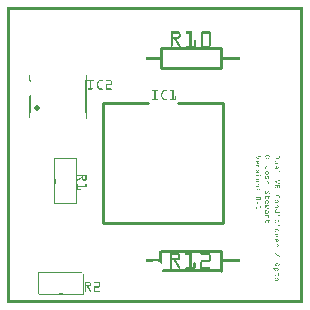
<source format=gto>
G04 MADE WITH FRITZING*
G04 WWW.FRITZING.ORG*
G04 DOUBLE SIDED*
G04 HOLES PLATED*
G04 CONTOUR ON CENTER OF CONTOUR VECTOR*
%ASAXBY*%
%FSLAX23Y23*%
%MOIN*%
%OFA0B0*%
%SFA1.0B1.0*%
%ADD10C,0.019307X0.00330709*%
%ADD11C,0.010000*%
%ADD12R,0.001000X0.001000*%
%LNSILK1*%
G90*
G70*
G54D10*
X98Y648D03*
G54D11*
X710Y782D02*
X510Y782D01*
D02*
X510Y782D02*
X510Y848D01*
D02*
X510Y848D02*
X710Y848D01*
D02*
X710Y848D02*
X710Y782D01*
D02*
X510Y173D02*
X710Y173D01*
D02*
X710Y173D02*
X710Y107D01*
D02*
X319Y665D02*
X319Y265D01*
D02*
X319Y265D02*
X719Y265D01*
D02*
X719Y265D02*
X719Y665D01*
D02*
X319Y665D02*
X469Y665D01*
D02*
X569Y665D02*
X719Y665D01*
G54D12*
X0Y984D02*
X983Y984D01*
X0Y983D02*
X983Y983D01*
X0Y982D02*
X983Y982D01*
X0Y981D02*
X983Y981D01*
X0Y980D02*
X983Y980D01*
X0Y979D02*
X983Y979D01*
X0Y978D02*
X983Y978D01*
X0Y977D02*
X983Y977D01*
X0Y976D02*
X7Y976D01*
X976Y976D02*
X983Y976D01*
X0Y975D02*
X7Y975D01*
X976Y975D02*
X983Y975D01*
X0Y974D02*
X7Y974D01*
X976Y974D02*
X983Y974D01*
X0Y973D02*
X7Y973D01*
X976Y973D02*
X983Y973D01*
X0Y972D02*
X7Y972D01*
X976Y972D02*
X983Y972D01*
X0Y971D02*
X7Y971D01*
X976Y971D02*
X983Y971D01*
X0Y970D02*
X7Y970D01*
X976Y970D02*
X983Y970D01*
X0Y969D02*
X7Y969D01*
X976Y969D02*
X983Y969D01*
X0Y968D02*
X7Y968D01*
X976Y968D02*
X983Y968D01*
X0Y967D02*
X7Y967D01*
X976Y967D02*
X983Y967D01*
X0Y966D02*
X7Y966D01*
X976Y966D02*
X983Y966D01*
X0Y965D02*
X7Y965D01*
X976Y965D02*
X983Y965D01*
X0Y964D02*
X7Y964D01*
X976Y964D02*
X983Y964D01*
X0Y963D02*
X7Y963D01*
X976Y963D02*
X983Y963D01*
X0Y962D02*
X7Y962D01*
X976Y962D02*
X983Y962D01*
X0Y961D02*
X7Y961D01*
X976Y961D02*
X983Y961D01*
X0Y960D02*
X7Y960D01*
X976Y960D02*
X983Y960D01*
X0Y959D02*
X7Y959D01*
X976Y959D02*
X983Y959D01*
X0Y958D02*
X7Y958D01*
X976Y958D02*
X983Y958D01*
X0Y957D02*
X7Y957D01*
X976Y957D02*
X983Y957D01*
X0Y956D02*
X7Y956D01*
X976Y956D02*
X983Y956D01*
X0Y955D02*
X7Y955D01*
X976Y955D02*
X983Y955D01*
X0Y954D02*
X7Y954D01*
X976Y954D02*
X983Y954D01*
X0Y953D02*
X7Y953D01*
X976Y953D02*
X983Y953D01*
X0Y952D02*
X7Y952D01*
X976Y952D02*
X983Y952D01*
X0Y951D02*
X7Y951D01*
X976Y951D02*
X983Y951D01*
X0Y950D02*
X7Y950D01*
X976Y950D02*
X983Y950D01*
X0Y949D02*
X7Y949D01*
X976Y949D02*
X983Y949D01*
X0Y948D02*
X7Y948D01*
X976Y948D02*
X983Y948D01*
X0Y947D02*
X7Y947D01*
X976Y947D02*
X983Y947D01*
X0Y946D02*
X7Y946D01*
X976Y946D02*
X983Y946D01*
X0Y945D02*
X7Y945D01*
X976Y945D02*
X983Y945D01*
X0Y944D02*
X7Y944D01*
X976Y944D02*
X983Y944D01*
X0Y943D02*
X7Y943D01*
X976Y943D02*
X983Y943D01*
X0Y942D02*
X7Y942D01*
X976Y942D02*
X983Y942D01*
X0Y941D02*
X7Y941D01*
X976Y941D02*
X983Y941D01*
X0Y940D02*
X7Y940D01*
X976Y940D02*
X983Y940D01*
X0Y939D02*
X7Y939D01*
X976Y939D02*
X983Y939D01*
X0Y938D02*
X7Y938D01*
X976Y938D02*
X983Y938D01*
X0Y937D02*
X7Y937D01*
X976Y937D02*
X983Y937D01*
X0Y936D02*
X7Y936D01*
X976Y936D02*
X983Y936D01*
X0Y935D02*
X7Y935D01*
X976Y935D02*
X983Y935D01*
X0Y934D02*
X7Y934D01*
X976Y934D02*
X983Y934D01*
X0Y933D02*
X7Y933D01*
X976Y933D02*
X983Y933D01*
X0Y932D02*
X7Y932D01*
X976Y932D02*
X983Y932D01*
X0Y931D02*
X7Y931D01*
X976Y931D02*
X983Y931D01*
X0Y930D02*
X7Y930D01*
X976Y930D02*
X983Y930D01*
X0Y929D02*
X7Y929D01*
X976Y929D02*
X983Y929D01*
X0Y928D02*
X7Y928D01*
X976Y928D02*
X983Y928D01*
X0Y927D02*
X7Y927D01*
X976Y927D02*
X983Y927D01*
X0Y926D02*
X7Y926D01*
X976Y926D02*
X983Y926D01*
X0Y925D02*
X7Y925D01*
X976Y925D02*
X983Y925D01*
X0Y924D02*
X7Y924D01*
X976Y924D02*
X983Y924D01*
X0Y923D02*
X7Y923D01*
X976Y923D02*
X983Y923D01*
X0Y922D02*
X7Y922D01*
X976Y922D02*
X983Y922D01*
X0Y921D02*
X7Y921D01*
X976Y921D02*
X983Y921D01*
X0Y920D02*
X7Y920D01*
X976Y920D02*
X983Y920D01*
X0Y919D02*
X7Y919D01*
X976Y919D02*
X983Y919D01*
X0Y918D02*
X7Y918D01*
X976Y918D02*
X983Y918D01*
X0Y917D02*
X7Y917D01*
X976Y917D02*
X983Y917D01*
X0Y916D02*
X7Y916D01*
X976Y916D02*
X983Y916D01*
X0Y915D02*
X7Y915D01*
X976Y915D02*
X983Y915D01*
X0Y914D02*
X7Y914D01*
X976Y914D02*
X983Y914D01*
X0Y913D02*
X7Y913D01*
X976Y913D02*
X983Y913D01*
X0Y912D02*
X7Y912D01*
X976Y912D02*
X983Y912D01*
X0Y911D02*
X7Y911D01*
X976Y911D02*
X983Y911D01*
X0Y910D02*
X7Y910D01*
X976Y910D02*
X983Y910D01*
X0Y909D02*
X7Y909D01*
X976Y909D02*
X983Y909D01*
X0Y908D02*
X7Y908D01*
X976Y908D02*
X983Y908D01*
X0Y907D02*
X7Y907D01*
X976Y907D02*
X983Y907D01*
X0Y906D02*
X7Y906D01*
X976Y906D02*
X983Y906D01*
X0Y905D02*
X7Y905D01*
X976Y905D02*
X983Y905D01*
X0Y904D02*
X7Y904D01*
X544Y904D02*
X571Y904D01*
X595Y904D02*
X614Y904D01*
X648Y904D02*
X674Y904D01*
X976Y904D02*
X983Y904D01*
X0Y903D02*
X7Y903D01*
X544Y903D02*
X573Y903D01*
X594Y903D02*
X614Y903D01*
X646Y903D02*
X675Y903D01*
X976Y903D02*
X983Y903D01*
X0Y902D02*
X7Y902D01*
X544Y902D02*
X574Y902D01*
X594Y902D02*
X614Y902D01*
X645Y902D02*
X676Y902D01*
X976Y902D02*
X983Y902D01*
X0Y901D02*
X7Y901D01*
X544Y901D02*
X575Y901D01*
X594Y901D02*
X614Y901D01*
X645Y901D02*
X677Y901D01*
X976Y901D02*
X983Y901D01*
X0Y900D02*
X7Y900D01*
X544Y900D02*
X575Y900D01*
X594Y900D02*
X614Y900D01*
X644Y900D02*
X677Y900D01*
X976Y900D02*
X983Y900D01*
X0Y899D02*
X7Y899D01*
X544Y899D02*
X576Y899D01*
X595Y899D02*
X614Y899D01*
X644Y899D02*
X677Y899D01*
X976Y899D02*
X983Y899D01*
X0Y898D02*
X7Y898D01*
X544Y898D02*
X576Y898D01*
X597Y898D02*
X614Y898D01*
X644Y898D02*
X678Y898D01*
X976Y898D02*
X983Y898D01*
X0Y897D02*
X7Y897D01*
X544Y897D02*
X550Y897D01*
X570Y897D02*
X577Y897D01*
X607Y897D02*
X614Y897D01*
X644Y897D02*
X650Y897D01*
X671Y897D02*
X678Y897D01*
X976Y897D02*
X983Y897D01*
X0Y896D02*
X7Y896D01*
X544Y896D02*
X550Y896D01*
X571Y896D02*
X577Y896D01*
X607Y896D02*
X614Y896D01*
X644Y896D02*
X650Y896D01*
X671Y896D02*
X678Y896D01*
X976Y896D02*
X983Y896D01*
X0Y895D02*
X7Y895D01*
X544Y895D02*
X550Y895D01*
X571Y895D02*
X577Y895D01*
X607Y895D02*
X614Y895D01*
X644Y895D02*
X650Y895D01*
X671Y895D02*
X678Y895D01*
X976Y895D02*
X983Y895D01*
X0Y894D02*
X7Y894D01*
X544Y894D02*
X550Y894D01*
X571Y894D02*
X577Y894D01*
X607Y894D02*
X614Y894D01*
X644Y894D02*
X650Y894D01*
X671Y894D02*
X678Y894D01*
X976Y894D02*
X983Y894D01*
X0Y893D02*
X7Y893D01*
X544Y893D02*
X550Y893D01*
X571Y893D02*
X577Y893D01*
X607Y893D02*
X614Y893D01*
X644Y893D02*
X650Y893D01*
X671Y893D02*
X678Y893D01*
X976Y893D02*
X983Y893D01*
X0Y892D02*
X7Y892D01*
X544Y892D02*
X550Y892D01*
X571Y892D02*
X577Y892D01*
X607Y892D02*
X614Y892D01*
X644Y892D02*
X650Y892D01*
X671Y892D02*
X678Y892D01*
X976Y892D02*
X983Y892D01*
X0Y891D02*
X7Y891D01*
X544Y891D02*
X550Y891D01*
X571Y891D02*
X577Y891D01*
X607Y891D02*
X614Y891D01*
X644Y891D02*
X650Y891D01*
X671Y891D02*
X678Y891D01*
X976Y891D02*
X983Y891D01*
X0Y890D02*
X7Y890D01*
X544Y890D02*
X550Y890D01*
X571Y890D02*
X577Y890D01*
X607Y890D02*
X614Y890D01*
X644Y890D02*
X650Y890D01*
X671Y890D02*
X678Y890D01*
X976Y890D02*
X983Y890D01*
X0Y889D02*
X7Y889D01*
X544Y889D02*
X550Y889D01*
X571Y889D02*
X577Y889D01*
X607Y889D02*
X614Y889D01*
X644Y889D02*
X650Y889D01*
X671Y889D02*
X678Y889D01*
X976Y889D02*
X983Y889D01*
X0Y888D02*
X7Y888D01*
X544Y888D02*
X550Y888D01*
X570Y888D02*
X577Y888D01*
X607Y888D02*
X614Y888D01*
X644Y888D02*
X650Y888D01*
X671Y888D02*
X678Y888D01*
X976Y888D02*
X983Y888D01*
X0Y887D02*
X7Y887D01*
X544Y887D02*
X576Y887D01*
X607Y887D02*
X614Y887D01*
X644Y887D02*
X650Y887D01*
X671Y887D02*
X678Y887D01*
X976Y887D02*
X983Y887D01*
X0Y886D02*
X7Y886D01*
X544Y886D02*
X576Y886D01*
X607Y886D02*
X614Y886D01*
X644Y886D02*
X650Y886D01*
X671Y886D02*
X678Y886D01*
X976Y886D02*
X983Y886D01*
X0Y885D02*
X7Y885D01*
X544Y885D02*
X575Y885D01*
X607Y885D02*
X614Y885D01*
X644Y885D02*
X650Y885D01*
X671Y885D02*
X678Y885D01*
X976Y885D02*
X983Y885D01*
X0Y884D02*
X7Y884D01*
X544Y884D02*
X575Y884D01*
X607Y884D02*
X614Y884D01*
X644Y884D02*
X650Y884D01*
X671Y884D02*
X678Y884D01*
X976Y884D02*
X983Y884D01*
X0Y883D02*
X7Y883D01*
X544Y883D02*
X574Y883D01*
X607Y883D02*
X614Y883D01*
X644Y883D02*
X650Y883D01*
X671Y883D02*
X678Y883D01*
X976Y883D02*
X983Y883D01*
X0Y882D02*
X7Y882D01*
X544Y882D02*
X572Y882D01*
X607Y882D02*
X614Y882D01*
X644Y882D02*
X650Y882D01*
X671Y882D02*
X678Y882D01*
X976Y882D02*
X983Y882D01*
X0Y881D02*
X7Y881D01*
X544Y881D02*
X570Y881D01*
X607Y881D02*
X614Y881D01*
X644Y881D02*
X650Y881D01*
X671Y881D02*
X678Y881D01*
X976Y881D02*
X983Y881D01*
X0Y880D02*
X7Y880D01*
X544Y880D02*
X550Y880D01*
X555Y880D02*
X563Y880D01*
X607Y880D02*
X614Y880D01*
X644Y880D02*
X650Y880D01*
X671Y880D02*
X678Y880D01*
X976Y880D02*
X983Y880D01*
X0Y879D02*
X7Y879D01*
X544Y879D02*
X550Y879D01*
X556Y879D02*
X563Y879D01*
X607Y879D02*
X614Y879D01*
X644Y879D02*
X650Y879D01*
X671Y879D02*
X678Y879D01*
X976Y879D02*
X983Y879D01*
X0Y878D02*
X7Y878D01*
X544Y878D02*
X550Y878D01*
X557Y878D02*
X564Y878D01*
X607Y878D02*
X614Y878D01*
X644Y878D02*
X650Y878D01*
X671Y878D02*
X678Y878D01*
X976Y878D02*
X983Y878D01*
X0Y877D02*
X7Y877D01*
X544Y877D02*
X550Y877D01*
X557Y877D02*
X564Y877D01*
X607Y877D02*
X614Y877D01*
X644Y877D02*
X650Y877D01*
X671Y877D02*
X678Y877D01*
X976Y877D02*
X983Y877D01*
X0Y876D02*
X7Y876D01*
X544Y876D02*
X550Y876D01*
X558Y876D02*
X565Y876D01*
X607Y876D02*
X614Y876D01*
X644Y876D02*
X650Y876D01*
X671Y876D02*
X678Y876D01*
X976Y876D02*
X983Y876D01*
X0Y875D02*
X7Y875D01*
X544Y875D02*
X550Y875D01*
X558Y875D02*
X566Y875D01*
X607Y875D02*
X614Y875D01*
X623Y875D02*
X625Y875D01*
X644Y875D02*
X650Y875D01*
X671Y875D02*
X678Y875D01*
X976Y875D02*
X983Y875D01*
X0Y874D02*
X7Y874D01*
X544Y874D02*
X550Y874D01*
X559Y874D02*
X566Y874D01*
X607Y874D02*
X614Y874D01*
X622Y874D02*
X627Y874D01*
X644Y874D02*
X650Y874D01*
X671Y874D02*
X678Y874D01*
X976Y874D02*
X983Y874D01*
X0Y873D02*
X7Y873D01*
X544Y873D02*
X550Y873D01*
X560Y873D02*
X567Y873D01*
X607Y873D02*
X614Y873D01*
X622Y873D02*
X627Y873D01*
X644Y873D02*
X650Y873D01*
X671Y873D02*
X678Y873D01*
X976Y873D02*
X983Y873D01*
X0Y872D02*
X7Y872D01*
X544Y872D02*
X550Y872D01*
X560Y872D02*
X567Y872D01*
X607Y872D02*
X614Y872D01*
X621Y872D02*
X627Y872D01*
X644Y872D02*
X650Y872D01*
X671Y872D02*
X678Y872D01*
X976Y872D02*
X983Y872D01*
X0Y871D02*
X7Y871D01*
X544Y871D02*
X550Y871D01*
X561Y871D02*
X568Y871D01*
X607Y871D02*
X614Y871D01*
X621Y871D02*
X627Y871D01*
X644Y871D02*
X650Y871D01*
X671Y871D02*
X678Y871D01*
X976Y871D02*
X983Y871D01*
X0Y870D02*
X7Y870D01*
X544Y870D02*
X550Y870D01*
X561Y870D02*
X569Y870D01*
X607Y870D02*
X614Y870D01*
X621Y870D02*
X627Y870D01*
X644Y870D02*
X650Y870D01*
X671Y870D02*
X678Y870D01*
X976Y870D02*
X983Y870D01*
X0Y869D02*
X7Y869D01*
X544Y869D02*
X550Y869D01*
X562Y869D02*
X569Y869D01*
X607Y869D02*
X614Y869D01*
X621Y869D02*
X627Y869D01*
X644Y869D02*
X650Y869D01*
X671Y869D02*
X678Y869D01*
X976Y869D02*
X983Y869D01*
X0Y868D02*
X7Y868D01*
X544Y868D02*
X550Y868D01*
X562Y868D02*
X570Y868D01*
X607Y868D02*
X614Y868D01*
X621Y868D02*
X627Y868D01*
X644Y868D02*
X650Y868D01*
X671Y868D02*
X678Y868D01*
X976Y868D02*
X983Y868D01*
X0Y867D02*
X7Y867D01*
X544Y867D02*
X550Y867D01*
X563Y867D02*
X570Y867D01*
X607Y867D02*
X614Y867D01*
X621Y867D02*
X627Y867D01*
X644Y867D02*
X650Y867D01*
X671Y867D02*
X678Y867D01*
X976Y867D02*
X983Y867D01*
X0Y866D02*
X7Y866D01*
X544Y866D02*
X550Y866D01*
X564Y866D02*
X571Y866D01*
X607Y866D02*
X614Y866D01*
X621Y866D02*
X627Y866D01*
X644Y866D02*
X650Y866D01*
X671Y866D02*
X678Y866D01*
X976Y866D02*
X983Y866D01*
X0Y865D02*
X7Y865D01*
X544Y865D02*
X550Y865D01*
X564Y865D02*
X571Y865D01*
X607Y865D02*
X614Y865D01*
X621Y865D02*
X627Y865D01*
X644Y865D02*
X650Y865D01*
X671Y865D02*
X678Y865D01*
X976Y865D02*
X983Y865D01*
X0Y864D02*
X7Y864D01*
X544Y864D02*
X550Y864D01*
X565Y864D02*
X572Y864D01*
X607Y864D02*
X614Y864D01*
X621Y864D02*
X627Y864D01*
X644Y864D02*
X650Y864D01*
X671Y864D02*
X678Y864D01*
X976Y864D02*
X983Y864D01*
X0Y863D02*
X7Y863D01*
X544Y863D02*
X550Y863D01*
X565Y863D02*
X573Y863D01*
X607Y863D02*
X614Y863D01*
X621Y863D02*
X627Y863D01*
X644Y863D02*
X650Y863D01*
X671Y863D02*
X678Y863D01*
X976Y863D02*
X983Y863D01*
X0Y862D02*
X7Y862D01*
X544Y862D02*
X550Y862D01*
X566Y862D02*
X573Y862D01*
X607Y862D02*
X614Y862D01*
X621Y862D02*
X627Y862D01*
X644Y862D02*
X650Y862D01*
X671Y862D02*
X678Y862D01*
X976Y862D02*
X983Y862D01*
X0Y861D02*
X7Y861D01*
X544Y861D02*
X550Y861D01*
X567Y861D02*
X574Y861D01*
X607Y861D02*
X614Y861D01*
X621Y861D02*
X627Y861D01*
X644Y861D02*
X650Y861D01*
X671Y861D02*
X678Y861D01*
X976Y861D02*
X983Y861D01*
X0Y860D02*
X7Y860D01*
X544Y860D02*
X550Y860D01*
X567Y860D02*
X574Y860D01*
X607Y860D02*
X614Y860D01*
X621Y860D02*
X627Y860D01*
X644Y860D02*
X650Y860D01*
X671Y860D02*
X678Y860D01*
X976Y860D02*
X983Y860D01*
X0Y859D02*
X7Y859D01*
X544Y859D02*
X550Y859D01*
X568Y859D02*
X575Y859D01*
X607Y859D02*
X614Y859D01*
X621Y859D02*
X627Y859D01*
X644Y859D02*
X650Y859D01*
X671Y859D02*
X678Y859D01*
X976Y859D02*
X983Y859D01*
X0Y858D02*
X7Y858D01*
X544Y858D02*
X550Y858D01*
X568Y858D02*
X576Y858D01*
X607Y858D02*
X614Y858D01*
X621Y858D02*
X627Y858D01*
X644Y858D02*
X650Y858D01*
X671Y858D02*
X678Y858D01*
X976Y858D02*
X983Y858D01*
X0Y857D02*
X7Y857D01*
X544Y857D02*
X550Y857D01*
X569Y857D02*
X576Y857D01*
X595Y857D02*
X627Y857D01*
X644Y857D02*
X677Y857D01*
X976Y857D02*
X983Y857D01*
X0Y856D02*
X7Y856D01*
X544Y856D02*
X550Y856D01*
X569Y856D02*
X577Y856D01*
X594Y856D02*
X627Y856D01*
X644Y856D02*
X677Y856D01*
X976Y856D02*
X983Y856D01*
X0Y855D02*
X7Y855D01*
X544Y855D02*
X550Y855D01*
X570Y855D02*
X577Y855D01*
X594Y855D02*
X627Y855D01*
X645Y855D02*
X677Y855D01*
X976Y855D02*
X983Y855D01*
X0Y854D02*
X7Y854D01*
X544Y854D02*
X549Y854D01*
X571Y854D02*
X577Y854D01*
X594Y854D02*
X627Y854D01*
X645Y854D02*
X676Y854D01*
X976Y854D02*
X983Y854D01*
X0Y853D02*
X7Y853D01*
X544Y853D02*
X549Y853D01*
X571Y853D02*
X577Y853D01*
X594Y853D02*
X627Y853D01*
X646Y853D02*
X675Y853D01*
X976Y853D02*
X983Y853D01*
X0Y852D02*
X7Y852D01*
X544Y852D02*
X549Y852D01*
X572Y852D02*
X576Y852D01*
X595Y852D02*
X626Y852D01*
X647Y852D02*
X674Y852D01*
X976Y852D02*
X983Y852D01*
X0Y851D02*
X7Y851D01*
X546Y851D02*
X547Y851D01*
X573Y851D02*
X575Y851D01*
X596Y851D02*
X625Y851D01*
X649Y851D02*
X672Y851D01*
X976Y851D02*
X983Y851D01*
X0Y850D02*
X7Y850D01*
X976Y850D02*
X983Y850D01*
X0Y849D02*
X7Y849D01*
X976Y849D02*
X983Y849D01*
X0Y848D02*
X7Y848D01*
X976Y848D02*
X983Y848D01*
X0Y847D02*
X7Y847D01*
X976Y847D02*
X983Y847D01*
X0Y846D02*
X7Y846D01*
X976Y846D02*
X983Y846D01*
X0Y845D02*
X7Y845D01*
X976Y845D02*
X983Y845D01*
X0Y844D02*
X7Y844D01*
X976Y844D02*
X983Y844D01*
X0Y843D02*
X7Y843D01*
X976Y843D02*
X983Y843D01*
X0Y842D02*
X7Y842D01*
X976Y842D02*
X983Y842D01*
X0Y841D02*
X7Y841D01*
X976Y841D02*
X983Y841D01*
X0Y840D02*
X7Y840D01*
X976Y840D02*
X983Y840D01*
X0Y839D02*
X7Y839D01*
X976Y839D02*
X983Y839D01*
X0Y838D02*
X7Y838D01*
X976Y838D02*
X983Y838D01*
X0Y837D02*
X7Y837D01*
X976Y837D02*
X983Y837D01*
X0Y836D02*
X7Y836D01*
X976Y836D02*
X983Y836D01*
X0Y835D02*
X7Y835D01*
X976Y835D02*
X983Y835D01*
X0Y834D02*
X7Y834D01*
X976Y834D02*
X983Y834D01*
X0Y833D02*
X7Y833D01*
X976Y833D02*
X983Y833D01*
X0Y832D02*
X7Y832D01*
X976Y832D02*
X983Y832D01*
X0Y831D02*
X7Y831D01*
X976Y831D02*
X983Y831D01*
X0Y830D02*
X7Y830D01*
X976Y830D02*
X983Y830D01*
X0Y829D02*
X7Y829D01*
X976Y829D02*
X983Y829D01*
X0Y828D02*
X7Y828D01*
X976Y828D02*
X983Y828D01*
X0Y827D02*
X7Y827D01*
X976Y827D02*
X983Y827D01*
X0Y826D02*
X7Y826D01*
X976Y826D02*
X983Y826D01*
X0Y825D02*
X7Y825D01*
X976Y825D02*
X983Y825D01*
X0Y824D02*
X7Y824D01*
X976Y824D02*
X983Y824D01*
X0Y823D02*
X7Y823D01*
X976Y823D02*
X983Y823D01*
X0Y822D02*
X7Y822D01*
X976Y822D02*
X983Y822D01*
X0Y821D02*
X7Y821D01*
X976Y821D02*
X983Y821D01*
X0Y820D02*
X7Y820D01*
X461Y820D02*
X508Y820D01*
X710Y820D02*
X776Y820D01*
X976Y820D02*
X983Y820D01*
X0Y819D02*
X7Y819D01*
X462Y819D02*
X509Y819D01*
X710Y819D02*
X776Y819D01*
X976Y819D02*
X983Y819D01*
X0Y818D02*
X7Y818D01*
X462Y818D02*
X509Y818D01*
X710Y818D02*
X776Y818D01*
X976Y818D02*
X983Y818D01*
X0Y817D02*
X7Y817D01*
X462Y817D02*
X509Y817D01*
X710Y817D02*
X776Y817D01*
X976Y817D02*
X983Y817D01*
X0Y816D02*
X7Y816D01*
X462Y816D02*
X509Y816D01*
X710Y816D02*
X776Y816D01*
X976Y816D02*
X983Y816D01*
X0Y815D02*
X7Y815D01*
X462Y815D02*
X509Y815D01*
X710Y815D02*
X776Y815D01*
X976Y815D02*
X983Y815D01*
X0Y814D02*
X7Y814D01*
X462Y814D02*
X509Y814D01*
X710Y814D02*
X776Y814D01*
X976Y814D02*
X983Y814D01*
X0Y813D02*
X7Y813D01*
X462Y813D02*
X509Y813D01*
X710Y813D02*
X776Y813D01*
X976Y813D02*
X983Y813D01*
X0Y812D02*
X7Y812D01*
X462Y812D02*
X509Y812D01*
X710Y812D02*
X776Y812D01*
X976Y812D02*
X983Y812D01*
X0Y811D02*
X7Y811D01*
X462Y811D02*
X509Y811D01*
X710Y811D02*
X776Y811D01*
X976Y811D02*
X983Y811D01*
X0Y810D02*
X7Y810D01*
X976Y810D02*
X983Y810D01*
X0Y809D02*
X7Y809D01*
X976Y809D02*
X983Y809D01*
X0Y808D02*
X7Y808D01*
X976Y808D02*
X983Y808D01*
X0Y807D02*
X7Y807D01*
X976Y807D02*
X983Y807D01*
X0Y806D02*
X7Y806D01*
X976Y806D02*
X983Y806D01*
X0Y805D02*
X7Y805D01*
X976Y805D02*
X983Y805D01*
X0Y804D02*
X7Y804D01*
X976Y804D02*
X983Y804D01*
X0Y803D02*
X7Y803D01*
X976Y803D02*
X983Y803D01*
X0Y802D02*
X7Y802D01*
X976Y802D02*
X983Y802D01*
X0Y801D02*
X7Y801D01*
X976Y801D02*
X983Y801D01*
X0Y800D02*
X7Y800D01*
X976Y800D02*
X983Y800D01*
X0Y799D02*
X7Y799D01*
X976Y799D02*
X983Y799D01*
X0Y798D02*
X7Y798D01*
X976Y798D02*
X983Y798D01*
X0Y797D02*
X7Y797D01*
X976Y797D02*
X983Y797D01*
X0Y796D02*
X7Y796D01*
X976Y796D02*
X983Y796D01*
X0Y795D02*
X7Y795D01*
X976Y795D02*
X983Y795D01*
X0Y794D02*
X7Y794D01*
X976Y794D02*
X983Y794D01*
X0Y793D02*
X7Y793D01*
X976Y793D02*
X983Y793D01*
X0Y792D02*
X7Y792D01*
X976Y792D02*
X983Y792D01*
X0Y791D02*
X7Y791D01*
X976Y791D02*
X983Y791D01*
X0Y790D02*
X7Y790D01*
X976Y790D02*
X983Y790D01*
X0Y789D02*
X7Y789D01*
X976Y789D02*
X983Y789D01*
X0Y788D02*
X7Y788D01*
X976Y788D02*
X983Y788D01*
X0Y787D02*
X7Y787D01*
X976Y787D02*
X983Y787D01*
X0Y786D02*
X7Y786D01*
X976Y786D02*
X983Y786D01*
X0Y785D02*
X7Y785D01*
X976Y785D02*
X983Y785D01*
X0Y784D02*
X7Y784D01*
X976Y784D02*
X983Y784D01*
X0Y783D02*
X7Y783D01*
X976Y783D02*
X983Y783D01*
X0Y782D02*
X7Y782D01*
X976Y782D02*
X983Y782D01*
X0Y781D02*
X7Y781D01*
X976Y781D02*
X983Y781D01*
X0Y780D02*
X7Y780D01*
X976Y780D02*
X983Y780D01*
X0Y779D02*
X7Y779D01*
X976Y779D02*
X983Y779D01*
X0Y778D02*
X7Y778D01*
X976Y778D02*
X983Y778D01*
X0Y777D02*
X7Y777D01*
X976Y777D02*
X983Y777D01*
X0Y776D02*
X7Y776D01*
X976Y776D02*
X983Y776D01*
X0Y775D02*
X7Y775D01*
X976Y775D02*
X983Y775D01*
X0Y774D02*
X7Y774D01*
X976Y774D02*
X983Y774D01*
X0Y773D02*
X7Y773D01*
X976Y773D02*
X983Y773D01*
X0Y772D02*
X7Y772D01*
X976Y772D02*
X983Y772D01*
X0Y771D02*
X7Y771D01*
X976Y771D02*
X983Y771D01*
X0Y770D02*
X7Y770D01*
X976Y770D02*
X983Y770D01*
X0Y769D02*
X7Y769D01*
X976Y769D02*
X983Y769D01*
X0Y768D02*
X7Y768D01*
X976Y768D02*
X983Y768D01*
X0Y767D02*
X7Y767D01*
X976Y767D02*
X983Y767D01*
X0Y766D02*
X7Y766D01*
X976Y766D02*
X983Y766D01*
X0Y765D02*
X7Y765D01*
X976Y765D02*
X983Y765D01*
X0Y764D02*
X7Y764D01*
X976Y764D02*
X983Y764D01*
X0Y763D02*
X7Y763D01*
X976Y763D02*
X983Y763D01*
X0Y762D02*
X7Y762D01*
X976Y762D02*
X983Y762D01*
X0Y761D02*
X7Y761D01*
X76Y761D02*
X76Y761D01*
X262Y761D02*
X262Y761D01*
X976Y761D02*
X983Y761D01*
X0Y760D02*
X7Y760D01*
X74Y760D02*
X76Y760D01*
X261Y760D02*
X264Y760D01*
X976Y760D02*
X983Y760D01*
X0Y759D02*
X7Y759D01*
X74Y759D02*
X76Y759D01*
X261Y759D02*
X264Y759D01*
X976Y759D02*
X983Y759D01*
X0Y758D02*
X7Y758D01*
X73Y758D02*
X76Y758D01*
X261Y758D02*
X264Y758D01*
X976Y758D02*
X983Y758D01*
X0Y757D02*
X7Y757D01*
X73Y757D02*
X76Y757D01*
X261Y757D02*
X264Y757D01*
X976Y757D02*
X983Y757D01*
X0Y756D02*
X7Y756D01*
X73Y756D02*
X76Y756D01*
X261Y756D02*
X264Y756D01*
X976Y756D02*
X983Y756D01*
X0Y755D02*
X7Y755D01*
X73Y755D02*
X76Y755D01*
X261Y755D02*
X264Y755D01*
X976Y755D02*
X983Y755D01*
X0Y754D02*
X7Y754D01*
X73Y754D02*
X76Y754D01*
X261Y754D02*
X264Y754D01*
X976Y754D02*
X983Y754D01*
X0Y753D02*
X7Y753D01*
X73Y753D02*
X76Y753D01*
X261Y753D02*
X264Y753D01*
X976Y753D02*
X983Y753D01*
X0Y752D02*
X7Y752D01*
X73Y752D02*
X76Y752D01*
X261Y752D02*
X264Y752D01*
X976Y752D02*
X983Y752D01*
X0Y751D02*
X7Y751D01*
X73Y751D02*
X76Y751D01*
X261Y751D02*
X264Y751D01*
X976Y751D02*
X983Y751D01*
X0Y750D02*
X7Y750D01*
X73Y750D02*
X76Y750D01*
X261Y750D02*
X264Y750D01*
X976Y750D02*
X983Y750D01*
X0Y749D02*
X7Y749D01*
X73Y749D02*
X76Y749D01*
X261Y749D02*
X264Y749D01*
X976Y749D02*
X983Y749D01*
X0Y748D02*
X7Y748D01*
X73Y748D02*
X76Y748D01*
X261Y748D02*
X264Y748D01*
X976Y748D02*
X983Y748D01*
X0Y747D02*
X7Y747D01*
X73Y747D02*
X76Y747D01*
X261Y747D02*
X264Y747D01*
X976Y747D02*
X983Y747D01*
X0Y746D02*
X7Y746D01*
X73Y746D02*
X76Y746D01*
X261Y746D02*
X264Y746D01*
X976Y746D02*
X983Y746D01*
X0Y745D02*
X7Y745D01*
X73Y745D02*
X76Y745D01*
X261Y745D02*
X264Y745D01*
X976Y745D02*
X983Y745D01*
X0Y744D02*
X7Y744D01*
X73Y744D02*
X76Y744D01*
X261Y744D02*
X264Y744D01*
X976Y744D02*
X983Y744D01*
X0Y743D02*
X7Y743D01*
X73Y743D02*
X76Y743D01*
X261Y743D02*
X264Y743D01*
X976Y743D02*
X983Y743D01*
X0Y742D02*
X7Y742D01*
X73Y742D02*
X76Y742D01*
X261Y742D02*
X264Y742D01*
X268Y742D02*
X286Y742D01*
X306Y742D02*
X316Y742D01*
X328Y742D02*
X345Y742D01*
X976Y742D02*
X983Y742D01*
X0Y741D02*
X7Y741D01*
X73Y741D02*
X78Y741D01*
X259Y741D02*
X264Y741D01*
X267Y741D02*
X287Y741D01*
X304Y741D02*
X317Y741D01*
X328Y741D02*
X346Y741D01*
X976Y741D02*
X983Y741D01*
X0Y740D02*
X7Y740D01*
X73Y740D02*
X78Y740D01*
X259Y740D02*
X264Y740D01*
X267Y740D02*
X287Y740D01*
X303Y740D02*
X317Y740D01*
X328Y740D02*
X347Y740D01*
X976Y740D02*
X983Y740D01*
X0Y739D02*
X7Y739D01*
X75Y739D02*
X78Y739D01*
X259Y739D02*
X264Y739D01*
X268Y739D02*
X286Y739D01*
X303Y739D02*
X316Y739D01*
X328Y739D02*
X347Y739D01*
X976Y739D02*
X983Y739D01*
X0Y738D02*
X7Y738D01*
X77Y738D02*
X78Y738D01*
X259Y738D02*
X264Y738D01*
X276Y738D02*
X279Y738D01*
X302Y738D02*
X306Y738D01*
X344Y738D02*
X347Y738D01*
X976Y738D02*
X983Y738D01*
X0Y737D02*
X7Y737D01*
X259Y737D02*
X264Y737D01*
X276Y737D02*
X279Y737D01*
X302Y737D02*
X305Y737D01*
X344Y737D02*
X347Y737D01*
X976Y737D02*
X983Y737D01*
X0Y736D02*
X7Y736D01*
X259Y736D02*
X264Y736D01*
X276Y736D02*
X279Y736D01*
X301Y736D02*
X305Y736D01*
X344Y736D02*
X347Y736D01*
X976Y736D02*
X983Y736D01*
X0Y735D02*
X7Y735D01*
X259Y735D02*
X264Y735D01*
X276Y735D02*
X279Y735D01*
X301Y735D02*
X304Y735D01*
X344Y735D02*
X347Y735D01*
X976Y735D02*
X983Y735D01*
X0Y734D02*
X7Y734D01*
X259Y734D02*
X264Y734D01*
X276Y734D02*
X279Y734D01*
X300Y734D02*
X304Y734D01*
X344Y734D02*
X347Y734D01*
X976Y734D02*
X983Y734D01*
X0Y733D02*
X7Y733D01*
X259Y733D02*
X264Y733D01*
X276Y733D02*
X279Y733D01*
X300Y733D02*
X303Y733D01*
X344Y733D02*
X347Y733D01*
X976Y733D02*
X983Y733D01*
X0Y732D02*
X7Y732D01*
X259Y732D02*
X264Y732D01*
X276Y732D02*
X279Y732D01*
X299Y732D02*
X303Y732D01*
X344Y732D02*
X347Y732D01*
X976Y732D02*
X983Y732D01*
X0Y731D02*
X7Y731D01*
X259Y731D02*
X264Y731D01*
X276Y731D02*
X279Y731D01*
X299Y731D02*
X302Y731D01*
X344Y731D02*
X347Y731D01*
X976Y731D02*
X983Y731D01*
X0Y730D02*
X7Y730D01*
X259Y730D02*
X264Y730D01*
X276Y730D02*
X279Y730D01*
X298Y730D02*
X302Y730D01*
X344Y730D02*
X347Y730D01*
X976Y730D02*
X983Y730D01*
X0Y729D02*
X7Y729D01*
X259Y729D02*
X264Y729D01*
X276Y729D02*
X279Y729D01*
X298Y729D02*
X301Y729D01*
X344Y729D02*
X347Y729D01*
X976Y729D02*
X983Y729D01*
X0Y728D02*
X7Y728D01*
X259Y728D02*
X264Y728D01*
X276Y728D02*
X279Y728D01*
X298Y728D02*
X301Y728D01*
X330Y728D02*
X347Y728D01*
X976Y728D02*
X983Y728D01*
X0Y727D02*
X7Y727D01*
X259Y727D02*
X264Y727D01*
X276Y727D02*
X279Y727D01*
X298Y727D02*
X301Y727D01*
X329Y727D02*
X347Y727D01*
X976Y727D02*
X983Y727D01*
X0Y726D02*
X7Y726D01*
X259Y726D02*
X264Y726D01*
X276Y726D02*
X279Y726D01*
X297Y726D02*
X301Y726D01*
X328Y726D02*
X346Y726D01*
X976Y726D02*
X983Y726D01*
X0Y725D02*
X7Y725D01*
X259Y725D02*
X264Y725D01*
X276Y725D02*
X279Y725D01*
X298Y725D02*
X301Y725D01*
X328Y725D02*
X345Y725D01*
X976Y725D02*
X983Y725D01*
X0Y724D02*
X7Y724D01*
X259Y724D02*
X264Y724D01*
X276Y724D02*
X279Y724D01*
X298Y724D02*
X301Y724D01*
X328Y724D02*
X331Y724D01*
X976Y724D02*
X983Y724D01*
X0Y723D02*
X7Y723D01*
X259Y723D02*
X264Y723D01*
X276Y723D02*
X279Y723D01*
X298Y723D02*
X302Y723D01*
X328Y723D02*
X331Y723D01*
X976Y723D02*
X983Y723D01*
X0Y722D02*
X7Y722D01*
X259Y722D02*
X264Y722D01*
X276Y722D02*
X279Y722D01*
X298Y722D02*
X302Y722D01*
X328Y722D02*
X331Y722D01*
X976Y722D02*
X983Y722D01*
X0Y721D02*
X7Y721D01*
X259Y721D02*
X264Y721D01*
X276Y721D02*
X279Y721D01*
X299Y721D02*
X303Y721D01*
X328Y721D02*
X331Y721D01*
X976Y721D02*
X983Y721D01*
X0Y720D02*
X7Y720D01*
X259Y720D02*
X264Y720D01*
X276Y720D02*
X279Y720D01*
X299Y720D02*
X303Y720D01*
X328Y720D02*
X331Y720D01*
X976Y720D02*
X983Y720D01*
X0Y719D02*
X7Y719D01*
X259Y719D02*
X264Y719D01*
X276Y719D02*
X279Y719D01*
X300Y719D02*
X304Y719D01*
X328Y719D02*
X331Y719D01*
X976Y719D02*
X983Y719D01*
X0Y718D02*
X7Y718D01*
X259Y718D02*
X264Y718D01*
X276Y718D02*
X279Y718D01*
X300Y718D02*
X304Y718D01*
X328Y718D02*
X331Y718D01*
X976Y718D02*
X983Y718D01*
X0Y717D02*
X7Y717D01*
X259Y717D02*
X264Y717D01*
X276Y717D02*
X279Y717D01*
X301Y717D02*
X305Y717D01*
X328Y717D02*
X331Y717D01*
X976Y717D02*
X983Y717D01*
X0Y716D02*
X7Y716D01*
X259Y716D02*
X264Y716D01*
X276Y716D02*
X279Y716D01*
X301Y716D02*
X305Y716D01*
X328Y716D02*
X331Y716D01*
X976Y716D02*
X983Y716D01*
X0Y715D02*
X7Y715D01*
X259Y715D02*
X264Y715D01*
X276Y715D02*
X279Y715D01*
X302Y715D02*
X306Y715D01*
X328Y715D02*
X331Y715D01*
X976Y715D02*
X983Y715D01*
X0Y714D02*
X7Y714D01*
X259Y714D02*
X264Y714D01*
X268Y714D02*
X286Y714D01*
X303Y714D02*
X316Y714D01*
X328Y714D02*
X346Y714D01*
X976Y714D02*
X983Y714D01*
X0Y713D02*
X7Y713D01*
X259Y713D02*
X264Y713D01*
X268Y713D02*
X285Y713D01*
X303Y713D02*
X317Y713D01*
X328Y713D02*
X347Y713D01*
X976Y713D02*
X983Y713D01*
X0Y712D02*
X7Y712D01*
X259Y712D02*
X264Y712D01*
X267Y712D02*
X283Y712D01*
X304Y712D02*
X317Y712D01*
X328Y712D02*
X347Y712D01*
X976Y712D02*
X983Y712D01*
X0Y711D02*
X7Y711D01*
X259Y711D02*
X264Y711D01*
X268Y711D02*
X282Y711D01*
X306Y711D02*
X317Y711D01*
X328Y711D02*
X347Y711D01*
X976Y711D02*
X983Y711D01*
X0Y710D02*
X7Y710D01*
X259Y710D02*
X264Y710D01*
X976Y710D02*
X983Y710D01*
X0Y709D02*
X7Y709D01*
X259Y709D02*
X264Y709D01*
X976Y709D02*
X983Y709D01*
X0Y708D02*
X7Y708D01*
X259Y708D02*
X264Y708D01*
X482Y708D02*
X500Y708D01*
X520Y708D02*
X530Y708D01*
X543Y708D02*
X553Y708D01*
X976Y708D02*
X983Y708D01*
X0Y707D02*
X7Y707D01*
X259Y707D02*
X264Y707D01*
X482Y707D02*
X501Y707D01*
X518Y707D02*
X531Y707D01*
X542Y707D02*
X553Y707D01*
X976Y707D02*
X983Y707D01*
X0Y706D02*
X7Y706D01*
X259Y706D02*
X264Y706D01*
X481Y706D02*
X501Y706D01*
X517Y706D02*
X531Y706D01*
X542Y706D02*
X553Y706D01*
X976Y706D02*
X983Y706D01*
X0Y705D02*
X7Y705D01*
X259Y705D02*
X264Y705D01*
X482Y705D02*
X501Y705D01*
X517Y705D02*
X531Y705D01*
X542Y705D02*
X553Y705D01*
X976Y705D02*
X983Y705D01*
X0Y704D02*
X7Y704D01*
X259Y704D02*
X264Y704D01*
X489Y704D02*
X493Y704D01*
X516Y704D02*
X521Y704D01*
X550Y704D02*
X553Y704D01*
X976Y704D02*
X983Y704D01*
X0Y703D02*
X7Y703D01*
X259Y703D02*
X264Y703D01*
X490Y703D02*
X493Y703D01*
X516Y703D02*
X520Y703D01*
X550Y703D02*
X553Y703D01*
X976Y703D02*
X983Y703D01*
X0Y702D02*
X7Y702D01*
X259Y702D02*
X264Y702D01*
X490Y702D02*
X493Y702D01*
X515Y702D02*
X519Y702D01*
X550Y702D02*
X553Y702D01*
X976Y702D02*
X983Y702D01*
X0Y701D02*
X7Y701D01*
X259Y701D02*
X264Y701D01*
X490Y701D02*
X493Y701D01*
X515Y701D02*
X519Y701D01*
X550Y701D02*
X553Y701D01*
X976Y701D02*
X983Y701D01*
X0Y700D02*
X7Y700D01*
X259Y700D02*
X264Y700D01*
X490Y700D02*
X493Y700D01*
X514Y700D02*
X518Y700D01*
X550Y700D02*
X553Y700D01*
X976Y700D02*
X983Y700D01*
X0Y699D02*
X7Y699D01*
X259Y699D02*
X264Y699D01*
X490Y699D02*
X493Y699D01*
X514Y699D02*
X518Y699D01*
X550Y699D02*
X553Y699D01*
X976Y699D02*
X983Y699D01*
X0Y698D02*
X7Y698D01*
X259Y698D02*
X264Y698D01*
X490Y698D02*
X493Y698D01*
X513Y698D02*
X517Y698D01*
X550Y698D02*
X553Y698D01*
X976Y698D02*
X983Y698D01*
X0Y697D02*
X7Y697D01*
X259Y697D02*
X264Y697D01*
X490Y697D02*
X493Y697D01*
X513Y697D02*
X516Y697D01*
X550Y697D02*
X553Y697D01*
X976Y697D02*
X983Y697D01*
X0Y696D02*
X7Y696D01*
X259Y696D02*
X264Y696D01*
X490Y696D02*
X493Y696D01*
X512Y696D02*
X516Y696D01*
X550Y696D02*
X553Y696D01*
X976Y696D02*
X983Y696D01*
X0Y695D02*
X7Y695D01*
X259Y695D02*
X264Y695D01*
X490Y695D02*
X493Y695D01*
X512Y695D02*
X515Y695D01*
X550Y695D02*
X553Y695D01*
X976Y695D02*
X983Y695D01*
X0Y694D02*
X7Y694D01*
X259Y694D02*
X264Y694D01*
X490Y694D02*
X493Y694D01*
X512Y694D02*
X515Y694D01*
X550Y694D02*
X553Y694D01*
X976Y694D02*
X983Y694D01*
X0Y693D02*
X7Y693D01*
X259Y693D02*
X264Y693D01*
X490Y693D02*
X493Y693D01*
X512Y693D02*
X515Y693D01*
X550Y693D02*
X553Y693D01*
X976Y693D02*
X983Y693D01*
X0Y692D02*
X7Y692D01*
X77Y692D02*
X78Y692D01*
X259Y692D02*
X264Y692D01*
X490Y692D02*
X493Y692D01*
X512Y692D02*
X515Y692D01*
X550Y692D02*
X553Y692D01*
X976Y692D02*
X983Y692D01*
X0Y691D02*
X7Y691D01*
X74Y691D02*
X78Y691D01*
X259Y691D02*
X264Y691D01*
X490Y691D02*
X493Y691D01*
X512Y691D02*
X515Y691D01*
X550Y691D02*
X553Y691D01*
X976Y691D02*
X983Y691D01*
X0Y690D02*
X7Y690D01*
X73Y690D02*
X78Y690D01*
X259Y690D02*
X264Y690D01*
X490Y690D02*
X493Y690D01*
X512Y690D02*
X515Y690D01*
X550Y690D02*
X553Y690D01*
X559Y690D02*
X561Y690D01*
X976Y690D02*
X983Y690D01*
X0Y689D02*
X7Y689D01*
X73Y689D02*
X78Y689D01*
X259Y689D02*
X264Y689D01*
X490Y689D02*
X493Y689D01*
X512Y689D02*
X516Y689D01*
X550Y689D02*
X553Y689D01*
X558Y689D02*
X561Y689D01*
X976Y689D02*
X983Y689D01*
X0Y688D02*
X7Y688D01*
X73Y688D02*
X78Y688D01*
X259Y688D02*
X264Y688D01*
X490Y688D02*
X493Y688D01*
X512Y688D02*
X516Y688D01*
X550Y688D02*
X553Y688D01*
X558Y688D02*
X561Y688D01*
X976Y688D02*
X983Y688D01*
X0Y687D02*
X7Y687D01*
X73Y687D02*
X78Y687D01*
X259Y687D02*
X264Y687D01*
X490Y687D02*
X493Y687D01*
X513Y687D02*
X517Y687D01*
X550Y687D02*
X553Y687D01*
X558Y687D02*
X561Y687D01*
X976Y687D02*
X983Y687D01*
X0Y686D02*
X7Y686D01*
X73Y686D02*
X78Y686D01*
X259Y686D02*
X264Y686D01*
X490Y686D02*
X493Y686D01*
X513Y686D02*
X517Y686D01*
X550Y686D02*
X553Y686D01*
X558Y686D02*
X561Y686D01*
X976Y686D02*
X983Y686D01*
X0Y685D02*
X7Y685D01*
X73Y685D02*
X78Y685D01*
X259Y685D02*
X264Y685D01*
X490Y685D02*
X493Y685D01*
X514Y685D02*
X518Y685D01*
X550Y685D02*
X553Y685D01*
X558Y685D02*
X561Y685D01*
X976Y685D02*
X983Y685D01*
X0Y684D02*
X7Y684D01*
X73Y684D02*
X78Y684D01*
X259Y684D02*
X264Y684D01*
X490Y684D02*
X493Y684D01*
X514Y684D02*
X518Y684D01*
X550Y684D02*
X553Y684D01*
X558Y684D02*
X561Y684D01*
X976Y684D02*
X983Y684D01*
X0Y683D02*
X7Y683D01*
X73Y683D02*
X78Y683D01*
X259Y683D02*
X264Y683D01*
X490Y683D02*
X493Y683D01*
X515Y683D02*
X519Y683D01*
X550Y683D02*
X553Y683D01*
X558Y683D02*
X561Y683D01*
X976Y683D02*
X983Y683D01*
X0Y682D02*
X7Y682D01*
X73Y682D02*
X78Y682D01*
X259Y682D02*
X264Y682D01*
X490Y682D02*
X493Y682D01*
X515Y682D02*
X519Y682D01*
X550Y682D02*
X553Y682D01*
X558Y682D02*
X561Y682D01*
X976Y682D02*
X983Y682D01*
X0Y681D02*
X7Y681D01*
X73Y681D02*
X78Y681D01*
X259Y681D02*
X264Y681D01*
X490Y681D02*
X493Y681D01*
X516Y681D02*
X520Y681D01*
X550Y681D02*
X553Y681D01*
X558Y681D02*
X561Y681D01*
X976Y681D02*
X983Y681D01*
X0Y680D02*
X7Y680D01*
X73Y680D02*
X78Y680D01*
X259Y680D02*
X264Y680D01*
X483Y680D02*
X500Y680D01*
X516Y680D02*
X530Y680D01*
X543Y680D02*
X561Y680D01*
X976Y680D02*
X983Y680D01*
X0Y679D02*
X7Y679D01*
X73Y679D02*
X78Y679D01*
X259Y679D02*
X264Y679D01*
X482Y679D02*
X501Y679D01*
X517Y679D02*
X531Y679D01*
X542Y679D02*
X561Y679D01*
X976Y679D02*
X983Y679D01*
X0Y678D02*
X7Y678D01*
X73Y678D02*
X78Y678D01*
X259Y678D02*
X264Y678D01*
X481Y678D02*
X501Y678D01*
X518Y678D02*
X531Y678D01*
X542Y678D02*
X561Y678D01*
X976Y678D02*
X983Y678D01*
X0Y677D02*
X7Y677D01*
X73Y677D02*
X78Y677D01*
X259Y677D02*
X264Y677D01*
X482Y677D02*
X501Y677D01*
X519Y677D02*
X531Y677D01*
X542Y677D02*
X561Y677D01*
X976Y677D02*
X983Y677D01*
X0Y676D02*
X7Y676D01*
X73Y676D02*
X78Y676D01*
X259Y676D02*
X264Y676D01*
X483Y676D02*
X499Y676D01*
X522Y676D02*
X530Y676D01*
X543Y676D02*
X560Y676D01*
X976Y676D02*
X983Y676D01*
X0Y675D02*
X7Y675D01*
X73Y675D02*
X78Y675D01*
X259Y675D02*
X264Y675D01*
X976Y675D02*
X983Y675D01*
X0Y674D02*
X7Y674D01*
X73Y674D02*
X78Y674D01*
X259Y674D02*
X264Y674D01*
X976Y674D02*
X983Y674D01*
X0Y673D02*
X7Y673D01*
X73Y673D02*
X78Y673D01*
X259Y673D02*
X264Y673D01*
X976Y673D02*
X983Y673D01*
X0Y672D02*
X7Y672D01*
X73Y672D02*
X78Y672D01*
X259Y672D02*
X264Y672D01*
X976Y672D02*
X983Y672D01*
X0Y671D02*
X7Y671D01*
X73Y671D02*
X78Y671D01*
X259Y671D02*
X264Y671D01*
X976Y671D02*
X983Y671D01*
X0Y670D02*
X7Y670D01*
X73Y670D02*
X78Y670D01*
X259Y670D02*
X264Y670D01*
X976Y670D02*
X983Y670D01*
X0Y669D02*
X7Y669D01*
X73Y669D02*
X78Y669D01*
X259Y669D02*
X264Y669D01*
X976Y669D02*
X983Y669D01*
X0Y668D02*
X7Y668D01*
X73Y668D02*
X78Y668D01*
X259Y668D02*
X264Y668D01*
X976Y668D02*
X983Y668D01*
X0Y667D02*
X7Y667D01*
X73Y667D02*
X78Y667D01*
X259Y667D02*
X264Y667D01*
X976Y667D02*
X983Y667D01*
X0Y666D02*
X7Y666D01*
X73Y666D02*
X78Y666D01*
X259Y666D02*
X264Y666D01*
X976Y666D02*
X983Y666D01*
X0Y665D02*
X7Y665D01*
X73Y665D02*
X78Y665D01*
X259Y665D02*
X264Y665D01*
X976Y665D02*
X983Y665D01*
X0Y664D02*
X7Y664D01*
X73Y664D02*
X78Y664D01*
X259Y664D02*
X264Y664D01*
X976Y664D02*
X983Y664D01*
X0Y663D02*
X7Y663D01*
X73Y663D02*
X78Y663D01*
X259Y663D02*
X264Y663D01*
X976Y663D02*
X983Y663D01*
X0Y662D02*
X7Y662D01*
X73Y662D02*
X78Y662D01*
X259Y662D02*
X264Y662D01*
X976Y662D02*
X983Y662D01*
X0Y661D02*
X7Y661D01*
X73Y661D02*
X78Y661D01*
X259Y661D02*
X264Y661D01*
X976Y661D02*
X983Y661D01*
X0Y660D02*
X7Y660D01*
X73Y660D02*
X78Y660D01*
X259Y660D02*
X264Y660D01*
X976Y660D02*
X983Y660D01*
X0Y659D02*
X7Y659D01*
X73Y659D02*
X78Y659D01*
X259Y659D02*
X264Y659D01*
X976Y659D02*
X983Y659D01*
X0Y658D02*
X7Y658D01*
X73Y658D02*
X78Y658D01*
X259Y658D02*
X264Y658D01*
X976Y658D02*
X983Y658D01*
X0Y657D02*
X7Y657D01*
X73Y657D02*
X78Y657D01*
X259Y657D02*
X264Y657D01*
X976Y657D02*
X983Y657D01*
X0Y656D02*
X7Y656D01*
X73Y656D02*
X78Y656D01*
X259Y656D02*
X264Y656D01*
X976Y656D02*
X983Y656D01*
X0Y655D02*
X7Y655D01*
X73Y655D02*
X78Y655D01*
X259Y655D02*
X264Y655D01*
X976Y655D02*
X983Y655D01*
X0Y654D02*
X7Y654D01*
X73Y654D02*
X78Y654D01*
X259Y654D02*
X264Y654D01*
X976Y654D02*
X983Y654D01*
X0Y653D02*
X7Y653D01*
X73Y653D02*
X78Y653D01*
X259Y653D02*
X264Y653D01*
X976Y653D02*
X983Y653D01*
X0Y652D02*
X7Y652D01*
X73Y652D02*
X78Y652D01*
X259Y652D02*
X264Y652D01*
X976Y652D02*
X983Y652D01*
X0Y651D02*
X7Y651D01*
X73Y651D02*
X78Y651D01*
X259Y651D02*
X264Y651D01*
X976Y651D02*
X983Y651D01*
X0Y650D02*
X7Y650D01*
X73Y650D02*
X78Y650D01*
X259Y650D02*
X264Y650D01*
X976Y650D02*
X983Y650D01*
X0Y649D02*
X7Y649D01*
X73Y649D02*
X78Y649D01*
X259Y649D02*
X264Y649D01*
X976Y649D02*
X983Y649D01*
X0Y648D02*
X7Y648D01*
X73Y648D02*
X78Y648D01*
X259Y648D02*
X264Y648D01*
X976Y648D02*
X983Y648D01*
X0Y647D02*
X7Y647D01*
X73Y647D02*
X78Y647D01*
X259Y647D02*
X264Y647D01*
X976Y647D02*
X983Y647D01*
X0Y646D02*
X7Y646D01*
X73Y646D02*
X78Y646D01*
X259Y646D02*
X264Y646D01*
X976Y646D02*
X983Y646D01*
X0Y645D02*
X7Y645D01*
X73Y645D02*
X78Y645D01*
X259Y645D02*
X264Y645D01*
X976Y645D02*
X983Y645D01*
X0Y644D02*
X7Y644D01*
X73Y644D02*
X78Y644D01*
X259Y644D02*
X264Y644D01*
X976Y644D02*
X983Y644D01*
X0Y643D02*
X7Y643D01*
X73Y643D02*
X78Y643D01*
X259Y643D02*
X264Y643D01*
X976Y643D02*
X983Y643D01*
X0Y642D02*
X7Y642D01*
X73Y642D02*
X78Y642D01*
X259Y642D02*
X264Y642D01*
X976Y642D02*
X983Y642D01*
X0Y641D02*
X7Y641D01*
X73Y641D02*
X78Y641D01*
X259Y641D02*
X264Y641D01*
X976Y641D02*
X983Y641D01*
X0Y640D02*
X7Y640D01*
X73Y640D02*
X78Y640D01*
X259Y640D02*
X264Y640D01*
X976Y640D02*
X983Y640D01*
X0Y639D02*
X7Y639D01*
X73Y639D02*
X78Y639D01*
X259Y639D02*
X264Y639D01*
X976Y639D02*
X983Y639D01*
X0Y638D02*
X7Y638D01*
X73Y638D02*
X78Y638D01*
X259Y638D02*
X264Y638D01*
X976Y638D02*
X983Y638D01*
X0Y637D02*
X7Y637D01*
X73Y637D02*
X78Y637D01*
X259Y637D02*
X264Y637D01*
X976Y637D02*
X983Y637D01*
X0Y636D02*
X7Y636D01*
X73Y636D02*
X78Y636D01*
X259Y636D02*
X264Y636D01*
X976Y636D02*
X983Y636D01*
X0Y635D02*
X7Y635D01*
X73Y635D02*
X78Y635D01*
X259Y635D02*
X264Y635D01*
X976Y635D02*
X983Y635D01*
X0Y634D02*
X7Y634D01*
X73Y634D02*
X78Y634D01*
X259Y634D02*
X264Y634D01*
X976Y634D02*
X983Y634D01*
X0Y633D02*
X7Y633D01*
X73Y633D02*
X78Y633D01*
X259Y633D02*
X264Y633D01*
X976Y633D02*
X983Y633D01*
X0Y632D02*
X7Y632D01*
X73Y632D02*
X76Y632D01*
X261Y632D02*
X264Y632D01*
X976Y632D02*
X983Y632D01*
X0Y631D02*
X7Y631D01*
X73Y631D02*
X76Y631D01*
X261Y631D02*
X264Y631D01*
X976Y631D02*
X983Y631D01*
X0Y630D02*
X7Y630D01*
X73Y630D02*
X76Y630D01*
X261Y630D02*
X264Y630D01*
X976Y630D02*
X983Y630D01*
X0Y629D02*
X7Y629D01*
X73Y629D02*
X76Y629D01*
X261Y629D02*
X264Y629D01*
X976Y629D02*
X983Y629D01*
X0Y628D02*
X7Y628D01*
X73Y628D02*
X76Y628D01*
X261Y628D02*
X264Y628D01*
X976Y628D02*
X983Y628D01*
X0Y627D02*
X7Y627D01*
X73Y627D02*
X76Y627D01*
X261Y627D02*
X264Y627D01*
X976Y627D02*
X983Y627D01*
X0Y626D02*
X7Y626D01*
X73Y626D02*
X76Y626D01*
X261Y626D02*
X264Y626D01*
X976Y626D02*
X983Y626D01*
X0Y625D02*
X7Y625D01*
X73Y625D02*
X76Y625D01*
X261Y625D02*
X264Y625D01*
X976Y625D02*
X983Y625D01*
X0Y624D02*
X7Y624D01*
X73Y624D02*
X76Y624D01*
X261Y624D02*
X264Y624D01*
X976Y624D02*
X983Y624D01*
X0Y623D02*
X7Y623D01*
X73Y623D02*
X76Y623D01*
X261Y623D02*
X264Y623D01*
X976Y623D02*
X983Y623D01*
X0Y622D02*
X7Y622D01*
X73Y622D02*
X76Y622D01*
X261Y622D02*
X264Y622D01*
X976Y622D02*
X983Y622D01*
X0Y621D02*
X7Y621D01*
X73Y621D02*
X76Y621D01*
X261Y621D02*
X264Y621D01*
X976Y621D02*
X983Y621D01*
X0Y620D02*
X7Y620D01*
X73Y620D02*
X76Y620D01*
X261Y620D02*
X264Y620D01*
X976Y620D02*
X983Y620D01*
X0Y619D02*
X7Y619D01*
X73Y619D02*
X76Y619D01*
X261Y619D02*
X264Y619D01*
X976Y619D02*
X983Y619D01*
X0Y618D02*
X7Y618D01*
X73Y618D02*
X76Y618D01*
X261Y618D02*
X264Y618D01*
X976Y618D02*
X983Y618D01*
X0Y617D02*
X7Y617D01*
X73Y617D02*
X76Y617D01*
X261Y617D02*
X264Y617D01*
X976Y617D02*
X983Y617D01*
X0Y616D02*
X7Y616D01*
X73Y616D02*
X76Y616D01*
X261Y616D02*
X264Y616D01*
X976Y616D02*
X983Y616D01*
X0Y615D02*
X7Y615D01*
X74Y615D02*
X76Y615D01*
X261Y615D02*
X264Y615D01*
X976Y615D02*
X983Y615D01*
X0Y614D02*
X7Y614D01*
X74Y614D02*
X76Y614D01*
X261Y614D02*
X263Y614D01*
X976Y614D02*
X983Y614D01*
X0Y613D02*
X7Y613D01*
X976Y613D02*
X983Y613D01*
X0Y612D02*
X7Y612D01*
X976Y612D02*
X983Y612D01*
X0Y611D02*
X7Y611D01*
X976Y611D02*
X983Y611D01*
X0Y610D02*
X7Y610D01*
X976Y610D02*
X983Y610D01*
X0Y609D02*
X7Y609D01*
X976Y609D02*
X983Y609D01*
X0Y608D02*
X7Y608D01*
X976Y608D02*
X983Y608D01*
X0Y607D02*
X7Y607D01*
X976Y607D02*
X983Y607D01*
X0Y606D02*
X7Y606D01*
X976Y606D02*
X983Y606D01*
X0Y605D02*
X7Y605D01*
X976Y605D02*
X983Y605D01*
X0Y604D02*
X7Y604D01*
X976Y604D02*
X983Y604D01*
X0Y603D02*
X7Y603D01*
X976Y603D02*
X983Y603D01*
X0Y602D02*
X7Y602D01*
X976Y602D02*
X983Y602D01*
X0Y601D02*
X7Y601D01*
X976Y601D02*
X983Y601D01*
X0Y600D02*
X7Y600D01*
X976Y600D02*
X983Y600D01*
X0Y599D02*
X7Y599D01*
X976Y599D02*
X983Y599D01*
X0Y598D02*
X7Y598D01*
X976Y598D02*
X983Y598D01*
X0Y597D02*
X7Y597D01*
X976Y597D02*
X983Y597D01*
X0Y596D02*
X7Y596D01*
X976Y596D02*
X983Y596D01*
X0Y595D02*
X7Y595D01*
X976Y595D02*
X983Y595D01*
X0Y594D02*
X7Y594D01*
X976Y594D02*
X983Y594D01*
X0Y593D02*
X7Y593D01*
X976Y593D02*
X983Y593D01*
X0Y592D02*
X7Y592D01*
X976Y592D02*
X983Y592D01*
X0Y591D02*
X7Y591D01*
X976Y591D02*
X983Y591D01*
X0Y590D02*
X7Y590D01*
X976Y590D02*
X983Y590D01*
X0Y589D02*
X7Y589D01*
X976Y589D02*
X983Y589D01*
X0Y588D02*
X7Y588D01*
X976Y588D02*
X983Y588D01*
X0Y587D02*
X7Y587D01*
X976Y587D02*
X983Y587D01*
X0Y586D02*
X7Y586D01*
X976Y586D02*
X983Y586D01*
X0Y585D02*
X7Y585D01*
X976Y585D02*
X983Y585D01*
X0Y584D02*
X7Y584D01*
X976Y584D02*
X983Y584D01*
X0Y583D02*
X7Y583D01*
X976Y583D02*
X983Y583D01*
X0Y582D02*
X7Y582D01*
X976Y582D02*
X983Y582D01*
X0Y581D02*
X7Y581D01*
X976Y581D02*
X983Y581D01*
X0Y580D02*
X7Y580D01*
X976Y580D02*
X983Y580D01*
X0Y579D02*
X7Y579D01*
X976Y579D02*
X983Y579D01*
X0Y578D02*
X7Y578D01*
X976Y578D02*
X983Y578D01*
X0Y577D02*
X7Y577D01*
X976Y577D02*
X983Y577D01*
X0Y576D02*
X7Y576D01*
X976Y576D02*
X983Y576D01*
X0Y575D02*
X7Y575D01*
X976Y575D02*
X983Y575D01*
X0Y574D02*
X7Y574D01*
X976Y574D02*
X983Y574D01*
X0Y573D02*
X7Y573D01*
X976Y573D02*
X983Y573D01*
X0Y572D02*
X7Y572D01*
X976Y572D02*
X983Y572D01*
X0Y571D02*
X7Y571D01*
X976Y571D02*
X983Y571D01*
X0Y570D02*
X7Y570D01*
X976Y570D02*
X983Y570D01*
X0Y569D02*
X7Y569D01*
X976Y569D02*
X983Y569D01*
X0Y568D02*
X7Y568D01*
X976Y568D02*
X983Y568D01*
X0Y567D02*
X7Y567D01*
X976Y567D02*
X983Y567D01*
X0Y566D02*
X7Y566D01*
X976Y566D02*
X983Y566D01*
X0Y565D02*
X7Y565D01*
X976Y565D02*
X983Y565D01*
X0Y564D02*
X7Y564D01*
X976Y564D02*
X983Y564D01*
X0Y563D02*
X7Y563D01*
X976Y563D02*
X983Y563D01*
X0Y562D02*
X7Y562D01*
X976Y562D02*
X983Y562D01*
X0Y561D02*
X7Y561D01*
X976Y561D02*
X983Y561D01*
X0Y560D02*
X7Y560D01*
X976Y560D02*
X983Y560D01*
X0Y559D02*
X7Y559D01*
X976Y559D02*
X983Y559D01*
X0Y558D02*
X7Y558D01*
X976Y558D02*
X983Y558D01*
X0Y557D02*
X7Y557D01*
X976Y557D02*
X983Y557D01*
X0Y556D02*
X7Y556D01*
X976Y556D02*
X983Y556D01*
X0Y555D02*
X7Y555D01*
X976Y555D02*
X983Y555D01*
X0Y554D02*
X7Y554D01*
X976Y554D02*
X983Y554D01*
X0Y553D02*
X7Y553D01*
X976Y553D02*
X983Y553D01*
X0Y552D02*
X7Y552D01*
X976Y552D02*
X983Y552D01*
X0Y551D02*
X7Y551D01*
X976Y551D02*
X983Y551D01*
X0Y550D02*
X7Y550D01*
X976Y550D02*
X983Y550D01*
X0Y549D02*
X7Y549D01*
X976Y549D02*
X983Y549D01*
X0Y548D02*
X7Y548D01*
X976Y548D02*
X983Y548D01*
X0Y547D02*
X7Y547D01*
X976Y547D02*
X983Y547D01*
X0Y546D02*
X7Y546D01*
X976Y546D02*
X983Y546D01*
X0Y545D02*
X7Y545D01*
X976Y545D02*
X983Y545D01*
X0Y544D02*
X7Y544D01*
X976Y544D02*
X983Y544D01*
X0Y543D02*
X7Y543D01*
X976Y543D02*
X983Y543D01*
X0Y542D02*
X7Y542D01*
X976Y542D02*
X983Y542D01*
X0Y541D02*
X7Y541D01*
X976Y541D02*
X983Y541D01*
X0Y540D02*
X7Y540D01*
X976Y540D02*
X983Y540D01*
X0Y539D02*
X7Y539D01*
X976Y539D02*
X983Y539D01*
X0Y538D02*
X7Y538D01*
X976Y538D02*
X983Y538D01*
X0Y537D02*
X7Y537D01*
X976Y537D02*
X983Y537D01*
X0Y536D02*
X7Y536D01*
X976Y536D02*
X983Y536D01*
X0Y535D02*
X7Y535D01*
X976Y535D02*
X983Y535D01*
X0Y534D02*
X7Y534D01*
X976Y534D02*
X983Y534D01*
X0Y533D02*
X7Y533D01*
X976Y533D02*
X983Y533D01*
X0Y532D02*
X7Y532D01*
X976Y532D02*
X983Y532D01*
X0Y531D02*
X7Y531D01*
X976Y531D02*
X983Y531D01*
X0Y530D02*
X7Y530D01*
X976Y530D02*
X983Y530D01*
X0Y529D02*
X7Y529D01*
X976Y529D02*
X983Y529D01*
X0Y528D02*
X7Y528D01*
X976Y528D02*
X983Y528D01*
X0Y527D02*
X7Y527D01*
X976Y527D02*
X983Y527D01*
X0Y526D02*
X7Y526D01*
X976Y526D02*
X983Y526D01*
X0Y525D02*
X7Y525D01*
X976Y525D02*
X983Y525D01*
X0Y524D02*
X7Y524D01*
X976Y524D02*
X983Y524D01*
X0Y523D02*
X7Y523D01*
X976Y523D02*
X983Y523D01*
X0Y522D02*
X7Y522D01*
X976Y522D02*
X983Y522D01*
X0Y521D02*
X7Y521D01*
X976Y521D02*
X983Y521D01*
X0Y520D02*
X7Y520D01*
X976Y520D02*
X983Y520D01*
X0Y519D02*
X7Y519D01*
X976Y519D02*
X983Y519D01*
X0Y518D02*
X7Y518D01*
X976Y518D02*
X983Y518D01*
X0Y517D02*
X7Y517D01*
X976Y517D02*
X983Y517D01*
X0Y516D02*
X7Y516D01*
X976Y516D02*
X983Y516D01*
X0Y515D02*
X7Y515D01*
X976Y515D02*
X983Y515D01*
X0Y514D02*
X7Y514D01*
X976Y514D02*
X983Y514D01*
X0Y513D02*
X7Y513D01*
X976Y513D02*
X983Y513D01*
X0Y512D02*
X7Y512D01*
X976Y512D02*
X983Y512D01*
X0Y511D02*
X7Y511D01*
X976Y511D02*
X983Y511D01*
X0Y510D02*
X7Y510D01*
X976Y510D02*
X983Y510D01*
X0Y509D02*
X7Y509D01*
X976Y509D02*
X983Y509D01*
X0Y508D02*
X7Y508D01*
X976Y508D02*
X983Y508D01*
X0Y507D02*
X7Y507D01*
X976Y507D02*
X983Y507D01*
X0Y506D02*
X7Y506D01*
X976Y506D02*
X983Y506D01*
X0Y505D02*
X7Y505D01*
X976Y505D02*
X983Y505D01*
X0Y504D02*
X7Y504D01*
X976Y504D02*
X983Y504D01*
X0Y503D02*
X7Y503D01*
X976Y503D02*
X983Y503D01*
X0Y502D02*
X7Y502D01*
X976Y502D02*
X983Y502D01*
X0Y501D02*
X7Y501D01*
X976Y501D02*
X983Y501D01*
X0Y500D02*
X7Y500D01*
X976Y500D02*
X983Y500D01*
X0Y499D02*
X7Y499D01*
X976Y499D02*
X983Y499D01*
X0Y498D02*
X7Y498D01*
X976Y498D02*
X983Y498D01*
X0Y497D02*
X7Y497D01*
X976Y497D02*
X983Y497D01*
X0Y496D02*
X7Y496D01*
X976Y496D02*
X983Y496D01*
X0Y495D02*
X7Y495D01*
X976Y495D02*
X983Y495D01*
X0Y494D02*
X7Y494D01*
X976Y494D02*
X983Y494D01*
X0Y493D02*
X7Y493D01*
X976Y493D02*
X983Y493D01*
X0Y492D02*
X7Y492D01*
X865Y492D02*
X868Y492D01*
X976Y492D02*
X983Y492D01*
X0Y491D02*
X7Y491D01*
X863Y491D02*
X870Y491D01*
X976Y491D02*
X983Y491D01*
X0Y490D02*
X7Y490D01*
X861Y490D02*
X862Y490D01*
X871Y490D02*
X872Y490D01*
X976Y490D02*
X983Y490D01*
X0Y489D02*
X7Y489D01*
X860Y489D02*
X861Y489D01*
X872Y489D02*
X873Y489D01*
X891Y489D02*
X892Y489D01*
X906Y489D02*
X907Y489D01*
X976Y489D02*
X983Y489D01*
X0Y488D02*
X7Y488D01*
X837Y488D02*
X844Y488D01*
X860Y488D02*
X860Y488D01*
X866Y488D02*
X866Y488D01*
X873Y488D02*
X873Y488D01*
X891Y488D02*
X892Y488D01*
X906Y488D02*
X907Y488D01*
X976Y488D02*
X983Y488D01*
X0Y487D02*
X7Y487D01*
X835Y487D02*
X843Y487D01*
X859Y487D02*
X859Y487D01*
X864Y487D02*
X869Y487D01*
X873Y487D02*
X874Y487D01*
X891Y487D02*
X907Y487D01*
X976Y487D02*
X983Y487D01*
X0Y486D02*
X7Y486D01*
X832Y486D02*
X837Y486D01*
X859Y486D02*
X859Y486D01*
X863Y486D02*
X864Y486D01*
X869Y486D02*
X870Y486D01*
X874Y486D02*
X874Y486D01*
X891Y486D02*
X907Y486D01*
X976Y486D02*
X983Y486D01*
X0Y485D02*
X7Y485D01*
X830Y485D02*
X834Y485D01*
X859Y485D02*
X859Y485D01*
X862Y485D02*
X863Y485D01*
X870Y485D02*
X870Y485D01*
X874Y485D02*
X874Y485D01*
X891Y485D02*
X892Y485D01*
X906Y485D02*
X907Y485D01*
X976Y485D02*
X983Y485D01*
X0Y484D02*
X7Y484D01*
X828Y484D02*
X832Y484D01*
X858Y484D02*
X859Y484D01*
X862Y484D02*
X862Y484D01*
X871Y484D02*
X871Y484D01*
X874Y484D02*
X874Y484D01*
X891Y484D02*
X892Y484D01*
X906Y484D02*
X907Y484D01*
X976Y484D02*
X983Y484D01*
X0Y483D02*
X7Y483D01*
X829Y483D02*
X833Y483D01*
X858Y483D02*
X859Y483D01*
X862Y483D02*
X862Y483D01*
X871Y483D02*
X871Y483D01*
X874Y483D02*
X874Y483D01*
X891Y483D02*
X894Y483D01*
X904Y483D02*
X907Y483D01*
X976Y483D02*
X983Y483D01*
X0Y482D02*
X7Y482D01*
X831Y482D02*
X836Y482D01*
X859Y482D02*
X859Y482D01*
X862Y482D02*
X862Y482D01*
X870Y482D02*
X871Y482D01*
X874Y482D02*
X874Y482D01*
X892Y482D02*
X896Y482D01*
X902Y482D02*
X906Y482D01*
X976Y482D02*
X983Y482D01*
X0Y481D02*
X7Y481D01*
X157Y481D02*
X231Y481D01*
X833Y481D02*
X838Y481D01*
X859Y481D02*
X859Y481D01*
X862Y481D02*
X863Y481D01*
X870Y481D02*
X870Y481D01*
X874Y481D02*
X874Y481D01*
X894Y481D02*
X898Y481D01*
X900Y481D02*
X904Y481D01*
X976Y481D02*
X983Y481D01*
X0Y480D02*
X7Y480D01*
X157Y480D02*
X231Y480D01*
X836Y480D02*
X843Y480D01*
X859Y480D02*
X860Y480D01*
X873Y480D02*
X874Y480D01*
X896Y480D02*
X902Y480D01*
X976Y480D02*
X983Y480D01*
X0Y479D02*
X7Y479D01*
X157Y479D02*
X231Y479D01*
X838Y479D02*
X843Y479D01*
X860Y479D02*
X860Y479D01*
X873Y479D02*
X873Y479D01*
X898Y479D02*
X900Y479D01*
X976Y479D02*
X983Y479D01*
X0Y478D02*
X7Y478D01*
X157Y478D02*
X159Y478D01*
X229Y478D02*
X231Y478D01*
X861Y478D02*
X861Y478D01*
X872Y478D02*
X872Y478D01*
X976Y478D02*
X983Y478D01*
X0Y477D02*
X7Y477D01*
X157Y477D02*
X159Y477D01*
X229Y477D02*
X231Y477D01*
X862Y477D02*
X863Y477D01*
X870Y477D02*
X871Y477D01*
X976Y477D02*
X983Y477D01*
X0Y476D02*
X7Y476D01*
X157Y476D02*
X159Y476D01*
X229Y476D02*
X231Y476D01*
X863Y476D02*
X870Y476D01*
X976Y476D02*
X983Y476D01*
X0Y475D02*
X7Y475D01*
X157Y475D02*
X159Y475D01*
X229Y475D02*
X231Y475D01*
X976Y475D02*
X983Y475D01*
X0Y474D02*
X7Y474D01*
X157Y474D02*
X159Y474D01*
X229Y474D02*
X231Y474D01*
X976Y474D02*
X983Y474D01*
X0Y473D02*
X7Y473D01*
X157Y473D02*
X159Y473D01*
X229Y473D02*
X231Y473D01*
X830Y473D02*
X837Y473D01*
X893Y473D02*
X902Y473D01*
X976Y473D02*
X983Y473D01*
X0Y472D02*
X7Y472D01*
X157Y472D02*
X159Y472D01*
X229Y472D02*
X231Y472D01*
X829Y472D02*
X838Y472D01*
X892Y472D02*
X902Y472D01*
X976Y472D02*
X983Y472D01*
X0Y471D02*
X7Y471D01*
X157Y471D02*
X159Y471D01*
X229Y471D02*
X231Y471D01*
X828Y471D02*
X830Y471D01*
X833Y471D02*
X834Y471D01*
X837Y471D02*
X839Y471D01*
X891Y471D02*
X893Y471D01*
X976Y471D02*
X983Y471D01*
X0Y470D02*
X7Y470D01*
X157Y470D02*
X159Y470D01*
X229Y470D02*
X231Y470D01*
X828Y470D02*
X829Y470D01*
X833Y470D02*
X834Y470D01*
X838Y470D02*
X839Y470D01*
X891Y470D02*
X892Y470D01*
X976Y470D02*
X983Y470D01*
X0Y469D02*
X7Y469D01*
X157Y469D02*
X159Y469D01*
X229Y469D02*
X231Y469D01*
X828Y469D02*
X829Y469D01*
X833Y469D02*
X834Y469D01*
X838Y469D02*
X839Y469D01*
X891Y469D02*
X892Y469D01*
X976Y469D02*
X983Y469D01*
X0Y468D02*
X7Y468D01*
X157Y468D02*
X159Y468D01*
X229Y468D02*
X231Y468D01*
X828Y468D02*
X829Y468D01*
X833Y468D02*
X834Y468D01*
X838Y468D02*
X839Y468D01*
X891Y468D02*
X892Y468D01*
X976Y468D02*
X983Y468D01*
X0Y467D02*
X7Y467D01*
X157Y467D02*
X159Y467D01*
X229Y467D02*
X231Y467D01*
X828Y467D02*
X829Y467D01*
X833Y467D02*
X834Y467D01*
X838Y467D02*
X839Y467D01*
X891Y467D02*
X893Y467D01*
X976Y467D02*
X983Y467D01*
X0Y466D02*
X7Y466D01*
X157Y466D02*
X159Y466D01*
X229Y466D02*
X231Y466D01*
X828Y466D02*
X829Y466D01*
X833Y466D02*
X834Y466D01*
X837Y466D02*
X839Y466D01*
X892Y466D02*
X894Y466D01*
X976Y466D02*
X983Y466D01*
X0Y465D02*
X7Y465D01*
X157Y465D02*
X159Y465D01*
X229Y465D02*
X231Y465D01*
X828Y465D02*
X829Y465D01*
X833Y465D02*
X838Y465D01*
X892Y465D02*
X894Y465D01*
X976Y465D02*
X983Y465D01*
X0Y464D02*
X7Y464D01*
X157Y464D02*
X159Y464D01*
X229Y464D02*
X231Y464D01*
X828Y464D02*
X829Y464D01*
X833Y464D02*
X837Y464D01*
X891Y464D02*
X902Y464D01*
X976Y464D02*
X983Y464D01*
X0Y463D02*
X7Y463D01*
X157Y463D02*
X159Y463D01*
X229Y463D02*
X231Y463D01*
X891Y463D02*
X902Y463D01*
X976Y463D02*
X983Y463D01*
X0Y462D02*
X7Y462D01*
X157Y462D02*
X159Y462D01*
X229Y462D02*
X231Y462D01*
X976Y462D02*
X983Y462D01*
X0Y461D02*
X7Y461D01*
X157Y461D02*
X159Y461D01*
X229Y461D02*
X231Y461D01*
X976Y461D02*
X983Y461D01*
X0Y460D02*
X7Y460D01*
X157Y460D02*
X159Y460D01*
X229Y460D02*
X231Y460D01*
X976Y460D02*
X983Y460D01*
X0Y459D02*
X7Y459D01*
X157Y459D02*
X159Y459D01*
X229Y459D02*
X231Y459D01*
X976Y459D02*
X983Y459D01*
X0Y458D02*
X7Y458D01*
X157Y458D02*
X159Y458D01*
X229Y458D02*
X231Y458D01*
X828Y458D02*
X839Y458D01*
X976Y458D02*
X983Y458D01*
X0Y457D02*
X7Y457D01*
X157Y457D02*
X159Y457D01*
X229Y457D02*
X231Y457D01*
X829Y457D02*
X839Y457D01*
X893Y457D02*
X896Y457D01*
X976Y457D02*
X983Y457D01*
X0Y456D02*
X7Y456D01*
X157Y456D02*
X159Y456D01*
X229Y456D02*
X231Y456D01*
X835Y456D02*
X837Y456D01*
X892Y456D02*
X897Y456D01*
X976Y456D02*
X983Y456D01*
X0Y455D02*
X7Y455D01*
X157Y455D02*
X159Y455D01*
X229Y455D02*
X231Y455D01*
X836Y455D02*
X838Y455D01*
X891Y455D02*
X893Y455D01*
X895Y455D02*
X898Y455D01*
X976Y455D02*
X983Y455D01*
X0Y454D02*
X7Y454D01*
X157Y454D02*
X159Y454D01*
X229Y454D02*
X231Y454D01*
X837Y454D02*
X839Y454D01*
X861Y454D02*
X865Y454D01*
X891Y454D02*
X892Y454D01*
X896Y454D02*
X898Y454D01*
X901Y454D02*
X902Y454D01*
X976Y454D02*
X983Y454D01*
X0Y453D02*
X7Y453D01*
X157Y453D02*
X159Y453D01*
X229Y453D02*
X231Y453D01*
X838Y453D02*
X839Y453D01*
X860Y453D02*
X866Y453D01*
X891Y453D02*
X892Y453D01*
X897Y453D02*
X898Y453D01*
X901Y453D02*
X903Y453D01*
X976Y453D02*
X983Y453D01*
X0Y452D02*
X7Y452D01*
X157Y452D02*
X159Y452D01*
X229Y452D02*
X231Y452D01*
X838Y452D02*
X839Y452D01*
X859Y452D02*
X865Y452D01*
X891Y452D02*
X892Y452D01*
X897Y452D02*
X898Y452D01*
X901Y452D02*
X903Y452D01*
X976Y452D02*
X983Y452D01*
X0Y451D02*
X7Y451D01*
X157Y451D02*
X159Y451D01*
X229Y451D02*
X231Y451D01*
X838Y451D02*
X839Y451D01*
X859Y451D02*
X860Y451D01*
X891Y451D02*
X892Y451D01*
X897Y451D02*
X898Y451D01*
X901Y451D02*
X903Y451D01*
X976Y451D02*
X983Y451D01*
X0Y450D02*
X7Y450D01*
X157Y450D02*
X159Y450D01*
X229Y450D02*
X231Y450D01*
X836Y450D02*
X839Y450D01*
X859Y450D02*
X860Y450D01*
X891Y450D02*
X893Y450D01*
X897Y450D02*
X898Y450D01*
X901Y450D02*
X903Y450D01*
X976Y450D02*
X983Y450D01*
X0Y449D02*
X7Y449D01*
X157Y449D02*
X159Y449D01*
X229Y449D02*
X231Y449D01*
X835Y449D02*
X838Y449D01*
X859Y449D02*
X860Y449D01*
X892Y449D02*
X893Y449D01*
X896Y449D02*
X898Y449D01*
X901Y449D02*
X902Y449D01*
X976Y449D02*
X983Y449D01*
X0Y448D02*
X7Y448D01*
X157Y448D02*
X159Y448D01*
X229Y448D02*
X231Y448D01*
X859Y448D02*
X860Y448D01*
X891Y448D02*
X902Y448D01*
X976Y448D02*
X983Y448D01*
X0Y447D02*
X7Y447D01*
X157Y447D02*
X159Y447D01*
X229Y447D02*
X231Y447D01*
X859Y447D02*
X875Y447D01*
X891Y447D02*
X901Y447D01*
X976Y447D02*
X983Y447D01*
X0Y446D02*
X7Y446D01*
X157Y446D02*
X159Y446D01*
X229Y446D02*
X231Y446D01*
X860Y446D02*
X875Y446D01*
X976Y446D02*
X983Y446D01*
X0Y445D02*
X7Y445D01*
X157Y445D02*
X159Y445D01*
X229Y445D02*
X231Y445D01*
X976Y445D02*
X983Y445D01*
X0Y444D02*
X7Y444D01*
X157Y444D02*
X159Y444D01*
X229Y444D02*
X231Y444D01*
X976Y444D02*
X983Y444D01*
X0Y443D02*
X7Y443D01*
X157Y443D02*
X159Y443D01*
X229Y443D02*
X231Y443D01*
X829Y443D02*
X830Y443D01*
X837Y443D02*
X837Y443D01*
X976Y443D02*
X983Y443D01*
X0Y442D02*
X7Y442D01*
X157Y442D02*
X159Y442D01*
X229Y442D02*
X231Y442D01*
X829Y442D02*
X830Y442D01*
X835Y442D02*
X839Y442D01*
X976Y442D02*
X983Y442D01*
X0Y441D02*
X7Y441D01*
X157Y441D02*
X159Y441D01*
X229Y441D02*
X231Y441D01*
X828Y441D02*
X830Y441D01*
X835Y441D02*
X839Y441D01*
X976Y441D02*
X983Y441D01*
X0Y440D02*
X7Y440D01*
X157Y440D02*
X159Y440D01*
X229Y440D02*
X231Y440D01*
X828Y440D02*
X829Y440D01*
X834Y440D02*
X836Y440D01*
X838Y440D02*
X839Y440D01*
X976Y440D02*
X983Y440D01*
X0Y439D02*
X7Y439D01*
X157Y439D02*
X159Y439D01*
X229Y439D02*
X231Y439D01*
X828Y439D02*
X829Y439D01*
X834Y439D02*
X835Y439D01*
X838Y439D02*
X839Y439D01*
X891Y439D02*
X892Y439D01*
X906Y439D02*
X907Y439D01*
X976Y439D02*
X983Y439D01*
X0Y438D02*
X7Y438D01*
X157Y438D02*
X159Y438D01*
X229Y438D02*
X231Y438D01*
X828Y438D02*
X829Y438D01*
X833Y438D02*
X835Y438D01*
X838Y438D02*
X839Y438D01*
X861Y438D02*
X869Y438D01*
X891Y438D02*
X892Y438D01*
X906Y438D02*
X907Y438D01*
X976Y438D02*
X983Y438D01*
X0Y437D02*
X7Y437D01*
X157Y437D02*
X159Y437D01*
X229Y437D02*
X231Y437D01*
X828Y437D02*
X829Y437D01*
X833Y437D02*
X834Y437D01*
X838Y437D02*
X839Y437D01*
X860Y437D02*
X870Y437D01*
X891Y437D02*
X892Y437D01*
X906Y437D02*
X907Y437D01*
X976Y437D02*
X983Y437D01*
X0Y436D02*
X7Y436D01*
X157Y436D02*
X159Y436D01*
X229Y436D02*
X231Y436D01*
X828Y436D02*
X829Y436D01*
X833Y436D02*
X834Y436D01*
X838Y436D02*
X839Y436D01*
X859Y436D02*
X861Y436D01*
X869Y436D02*
X870Y436D01*
X891Y436D02*
X907Y436D01*
X976Y436D02*
X983Y436D01*
X0Y435D02*
X7Y435D01*
X157Y435D02*
X159Y435D01*
X229Y435D02*
X231Y435D01*
X829Y435D02*
X833Y435D01*
X838Y435D02*
X839Y435D01*
X859Y435D02*
X860Y435D01*
X869Y435D02*
X871Y435D01*
X891Y435D02*
X907Y435D01*
X976Y435D02*
X983Y435D01*
X0Y434D02*
X7Y434D01*
X157Y434D02*
X159Y434D01*
X229Y434D02*
X231Y434D01*
X829Y434D02*
X833Y434D01*
X837Y434D02*
X838Y434D01*
X859Y434D02*
X860Y434D01*
X869Y434D02*
X871Y434D01*
X891Y434D02*
X892Y434D01*
X976Y434D02*
X983Y434D01*
X0Y433D02*
X7Y433D01*
X157Y433D02*
X159Y433D01*
X229Y433D02*
X231Y433D01*
X859Y433D02*
X860Y433D01*
X869Y433D02*
X871Y433D01*
X891Y433D02*
X892Y433D01*
X976Y433D02*
X983Y433D01*
X0Y432D02*
X7Y432D01*
X157Y432D02*
X159Y432D01*
X229Y432D02*
X231Y432D01*
X859Y432D02*
X860Y432D01*
X869Y432D02*
X871Y432D01*
X891Y432D02*
X892Y432D01*
X976Y432D02*
X983Y432D01*
X0Y431D02*
X7Y431D01*
X157Y431D02*
X159Y431D01*
X229Y431D02*
X231Y431D01*
X859Y431D02*
X861Y431D01*
X869Y431D02*
X870Y431D01*
X976Y431D02*
X983Y431D01*
X0Y430D02*
X7Y430D01*
X157Y430D02*
X159Y430D01*
X229Y430D02*
X231Y430D01*
X860Y430D02*
X870Y430D01*
X976Y430D02*
X983Y430D01*
X0Y429D02*
X7Y429D01*
X157Y429D02*
X159Y429D01*
X229Y429D02*
X231Y429D01*
X860Y429D02*
X869Y429D01*
X976Y429D02*
X983Y429D01*
X0Y428D02*
X7Y428D01*
X157Y428D02*
X159Y428D01*
X229Y428D02*
X231Y428D01*
X862Y428D02*
X868Y428D01*
X976Y428D02*
X983Y428D01*
X0Y427D02*
X7Y427D01*
X157Y427D02*
X159Y427D01*
X229Y427D02*
X263Y427D01*
X829Y427D02*
X829Y427D01*
X839Y427D02*
X839Y427D01*
X976Y427D02*
X983Y427D01*
X0Y426D02*
X7Y426D01*
X157Y426D02*
X159Y426D01*
X229Y426D02*
X263Y426D01*
X828Y426D02*
X829Y426D01*
X838Y426D02*
X839Y426D01*
X976Y426D02*
X983Y426D01*
X0Y425D02*
X7Y425D01*
X157Y425D02*
X159Y425D01*
X229Y425D02*
X263Y425D01*
X828Y425D02*
X829Y425D01*
X838Y425D02*
X839Y425D01*
X843Y425D02*
X844Y425D01*
X976Y425D02*
X983Y425D01*
X0Y424D02*
X7Y424D01*
X157Y424D02*
X159Y424D01*
X229Y424D02*
X263Y424D01*
X828Y424D02*
X839Y424D01*
X843Y424D02*
X844Y424D01*
X976Y424D02*
X983Y424D01*
X0Y423D02*
X7Y423D01*
X157Y423D02*
X159Y423D01*
X229Y423D02*
X231Y423D01*
X249Y423D02*
X252Y423D01*
X260Y423D02*
X263Y423D01*
X828Y423D02*
X839Y423D01*
X843Y423D02*
X844Y423D01*
X976Y423D02*
X983Y423D01*
X0Y422D02*
X7Y422D01*
X157Y422D02*
X159Y422D01*
X229Y422D02*
X231Y422D01*
X249Y422D02*
X252Y422D01*
X260Y422D02*
X263Y422D01*
X828Y422D02*
X830Y422D01*
X860Y422D02*
X861Y422D01*
X867Y422D02*
X869Y422D01*
X976Y422D02*
X983Y422D01*
X0Y421D02*
X7Y421D01*
X157Y421D02*
X159Y421D01*
X229Y421D02*
X231Y421D01*
X249Y421D02*
X252Y421D01*
X260Y421D02*
X263Y421D01*
X828Y421D02*
X829Y421D01*
X859Y421D02*
X861Y421D01*
X866Y421D02*
X870Y421D01*
X976Y421D02*
X983Y421D01*
X0Y420D02*
X7Y420D01*
X157Y420D02*
X159Y420D01*
X229Y420D02*
X231Y420D01*
X248Y420D02*
X252Y420D01*
X260Y420D02*
X263Y420D01*
X828Y420D02*
X829Y420D01*
X859Y420D02*
X860Y420D01*
X866Y420D02*
X867Y420D01*
X869Y420D02*
X871Y420D01*
X976Y420D02*
X983Y420D01*
X0Y419D02*
X7Y419D01*
X157Y419D02*
X159Y419D01*
X229Y419D02*
X231Y419D01*
X247Y419D02*
X252Y419D01*
X260Y419D02*
X263Y419D01*
X859Y419D02*
X860Y419D01*
X865Y419D02*
X867Y419D01*
X869Y419D02*
X871Y419D01*
X976Y419D02*
X983Y419D01*
X0Y418D02*
X7Y418D01*
X157Y418D02*
X159Y418D01*
X229Y418D02*
X231Y418D01*
X245Y418D02*
X252Y418D01*
X260Y418D02*
X263Y418D01*
X859Y418D02*
X860Y418D01*
X865Y418D02*
X866Y418D01*
X869Y418D02*
X871Y418D01*
X976Y418D02*
X983Y418D01*
X0Y417D02*
X7Y417D01*
X157Y417D02*
X159Y417D01*
X229Y417D02*
X231Y417D01*
X243Y417D02*
X252Y417D01*
X260Y417D02*
X263Y417D01*
X859Y417D02*
X860Y417D01*
X864Y417D02*
X866Y417D01*
X869Y417D02*
X871Y417D01*
X976Y417D02*
X983Y417D01*
X0Y416D02*
X7Y416D01*
X157Y416D02*
X159Y416D01*
X229Y416D02*
X231Y416D01*
X241Y416D02*
X252Y416D01*
X260Y416D02*
X263Y416D01*
X859Y416D02*
X860Y416D01*
X864Y416D02*
X865Y416D01*
X869Y416D02*
X871Y416D01*
X976Y416D02*
X983Y416D01*
X0Y415D02*
X7Y415D01*
X157Y415D02*
X159Y415D01*
X229Y415D02*
X231Y415D01*
X240Y415D02*
X247Y415D01*
X249Y415D02*
X252Y415D01*
X260Y415D02*
X263Y415D01*
X859Y415D02*
X860Y415D01*
X864Y415D02*
X865Y415D01*
X869Y415D02*
X871Y415D01*
X976Y415D02*
X983Y415D01*
X0Y414D02*
X7Y414D01*
X157Y414D02*
X159Y414D01*
X229Y414D02*
X231Y414D01*
X238Y414D02*
X245Y414D01*
X249Y414D02*
X252Y414D01*
X260Y414D02*
X263Y414D01*
X859Y414D02*
X861Y414D01*
X863Y414D02*
X865Y414D01*
X869Y414D02*
X870Y414D01*
X976Y414D02*
X983Y414D01*
X0Y413D02*
X7Y413D01*
X157Y413D02*
X160Y413D01*
X228Y413D02*
X231Y413D01*
X236Y413D02*
X244Y413D01*
X249Y413D02*
X252Y413D01*
X260Y413D02*
X263Y413D01*
X831Y413D02*
X836Y413D01*
X860Y413D02*
X864Y413D01*
X868Y413D02*
X870Y413D01*
X976Y413D02*
X983Y413D01*
X0Y412D02*
X7Y412D01*
X157Y412D02*
X160Y412D01*
X228Y412D02*
X231Y412D01*
X235Y412D02*
X242Y412D01*
X249Y412D02*
X253Y412D01*
X259Y412D02*
X263Y412D01*
X830Y412D02*
X838Y412D01*
X861Y412D02*
X863Y412D01*
X869Y412D02*
X869Y412D01*
X976Y412D02*
X983Y412D01*
X0Y411D02*
X7Y411D01*
X157Y411D02*
X160Y411D01*
X228Y411D02*
X231Y411D01*
X233Y411D02*
X240Y411D01*
X249Y411D02*
X263Y411D01*
X829Y411D02*
X839Y411D01*
X976Y411D02*
X983Y411D01*
X0Y410D02*
X7Y410D01*
X157Y410D02*
X160Y410D01*
X228Y410D02*
X239Y410D01*
X250Y410D02*
X262Y410D01*
X828Y410D02*
X830Y410D01*
X838Y410D02*
X839Y410D01*
X976Y410D02*
X983Y410D01*
X0Y409D02*
X7Y409D01*
X157Y409D02*
X160Y409D01*
X228Y409D02*
X237Y409D01*
X251Y409D02*
X261Y409D01*
X828Y409D02*
X829Y409D01*
X838Y409D02*
X839Y409D01*
X976Y409D02*
X983Y409D01*
X0Y408D02*
X7Y408D01*
X157Y408D02*
X160Y408D01*
X228Y408D02*
X235Y408D01*
X252Y408D02*
X260Y408D01*
X828Y408D02*
X829Y408D01*
X838Y408D02*
X839Y408D01*
X902Y408D02*
X907Y408D01*
X976Y408D02*
X983Y408D01*
X0Y407D02*
X7Y407D01*
X157Y407D02*
X160Y407D01*
X228Y407D02*
X231Y407D01*
X233Y407D02*
X233Y407D01*
X254Y407D02*
X258Y407D01*
X828Y407D02*
X829Y407D01*
X838Y407D02*
X839Y407D01*
X899Y407D02*
X907Y407D01*
X976Y407D02*
X983Y407D01*
X0Y406D02*
X7Y406D01*
X157Y406D02*
X160Y406D01*
X228Y406D02*
X231Y406D01*
X828Y406D02*
X830Y406D01*
X838Y406D02*
X839Y406D01*
X859Y406D02*
X875Y406D01*
X897Y406D02*
X902Y406D01*
X976Y406D02*
X983Y406D01*
X0Y405D02*
X7Y405D01*
X157Y405D02*
X160Y405D01*
X228Y405D02*
X231Y405D01*
X829Y405D02*
X831Y405D01*
X837Y405D02*
X839Y405D01*
X859Y405D02*
X875Y405D01*
X894Y405D02*
X899Y405D01*
X976Y405D02*
X983Y405D01*
X0Y404D02*
X7Y404D01*
X157Y404D02*
X160Y404D01*
X228Y404D02*
X231Y404D01*
X829Y404D02*
X838Y404D01*
X867Y404D02*
X869Y404D01*
X891Y404D02*
X897Y404D01*
X976Y404D02*
X983Y404D01*
X0Y403D02*
X7Y403D01*
X157Y403D02*
X160Y403D01*
X228Y403D02*
X231Y403D01*
X831Y403D02*
X837Y403D01*
X868Y403D02*
X869Y403D01*
X891Y403D02*
X895Y403D01*
X976Y403D02*
X983Y403D01*
X0Y402D02*
X7Y402D01*
X157Y402D02*
X160Y402D01*
X228Y402D02*
X231Y402D01*
X868Y402D02*
X870Y402D01*
X891Y402D02*
X897Y402D01*
X976Y402D02*
X983Y402D01*
X0Y401D02*
X7Y401D01*
X157Y401D02*
X160Y401D01*
X228Y401D02*
X231Y401D01*
X869Y401D02*
X870Y401D01*
X894Y401D02*
X899Y401D01*
X976Y401D02*
X983Y401D01*
X0Y400D02*
X7Y400D01*
X157Y400D02*
X160Y400D01*
X228Y400D02*
X231Y400D01*
X869Y400D02*
X871Y400D01*
X896Y400D02*
X902Y400D01*
X976Y400D02*
X983Y400D01*
X0Y399D02*
X7Y399D01*
X157Y399D02*
X160Y399D01*
X228Y399D02*
X231Y399D01*
X869Y399D02*
X871Y399D01*
X899Y399D02*
X907Y399D01*
X976Y399D02*
X983Y399D01*
X0Y398D02*
X7Y398D01*
X157Y398D02*
X160Y398D01*
X228Y398D02*
X231Y398D01*
X869Y398D02*
X870Y398D01*
X902Y398D02*
X907Y398D01*
X976Y398D02*
X983Y398D01*
X0Y397D02*
X7Y397D01*
X157Y397D02*
X159Y397D01*
X229Y397D02*
X234Y397D01*
X261Y397D02*
X262Y397D01*
X828Y397D02*
X839Y397D01*
X859Y397D02*
X870Y397D01*
X976Y397D02*
X983Y397D01*
X0Y396D02*
X7Y396D01*
X157Y396D02*
X159Y396D01*
X229Y396D02*
X234Y396D01*
X260Y396D02*
X263Y396D01*
X829Y396D02*
X838Y396D01*
X859Y396D02*
X869Y396D01*
X976Y396D02*
X983Y396D01*
X0Y395D02*
X7Y395D01*
X157Y395D02*
X159Y395D01*
X229Y395D02*
X235Y395D01*
X260Y395D02*
X263Y395D01*
X836Y395D02*
X838Y395D01*
X976Y395D02*
X983Y395D01*
X0Y394D02*
X7Y394D01*
X157Y394D02*
X159Y394D01*
X229Y394D02*
X235Y394D01*
X260Y394D02*
X263Y394D01*
X837Y394D02*
X839Y394D01*
X976Y394D02*
X983Y394D01*
X0Y393D02*
X7Y393D01*
X157Y393D02*
X159Y393D01*
X229Y393D02*
X235Y393D01*
X260Y393D02*
X263Y393D01*
X838Y393D02*
X839Y393D01*
X976Y393D02*
X983Y393D01*
X0Y392D02*
X7Y392D01*
X157Y392D02*
X159Y392D01*
X229Y392D02*
X235Y392D01*
X260Y392D02*
X263Y392D01*
X838Y392D02*
X839Y392D01*
X891Y392D02*
X907Y392D01*
X976Y392D02*
X983Y392D01*
X0Y391D02*
X7Y391D01*
X157Y391D02*
X159Y391D01*
X229Y391D02*
X235Y391D01*
X260Y391D02*
X263Y391D01*
X838Y391D02*
X839Y391D01*
X891Y391D02*
X907Y391D01*
X976Y391D02*
X983Y391D01*
X0Y390D02*
X7Y390D01*
X157Y390D02*
X159Y390D01*
X229Y390D02*
X235Y390D01*
X260Y390D02*
X263Y390D01*
X837Y390D02*
X839Y390D01*
X900Y390D02*
X902Y390D01*
X906Y390D02*
X907Y390D01*
X976Y390D02*
X983Y390D01*
X0Y389D02*
X7Y389D01*
X157Y389D02*
X159Y389D01*
X229Y389D02*
X263Y389D01*
X828Y389D02*
X838Y389D01*
X900Y389D02*
X902Y389D01*
X906Y389D02*
X907Y389D01*
X976Y389D02*
X983Y389D01*
X0Y388D02*
X7Y388D01*
X157Y388D02*
X159Y388D01*
X229Y388D02*
X263Y388D01*
X829Y388D02*
X837Y388D01*
X899Y388D02*
X902Y388D01*
X906Y388D02*
X907Y388D01*
X976Y388D02*
X983Y388D01*
X0Y387D02*
X7Y387D01*
X157Y387D02*
X159Y387D01*
X229Y387D02*
X263Y387D01*
X898Y387D02*
X902Y387D01*
X906Y387D02*
X907Y387D01*
X976Y387D02*
X983Y387D01*
X0Y386D02*
X7Y386D01*
X157Y386D02*
X159Y386D01*
X229Y386D02*
X263Y386D01*
X896Y386D02*
X902Y386D01*
X906Y386D02*
X907Y386D01*
X976Y386D02*
X983Y386D01*
X0Y385D02*
X7Y385D01*
X157Y385D02*
X159Y385D01*
X229Y385D02*
X262Y385D01*
X894Y385D02*
X898Y385D01*
X900Y385D02*
X902Y385D01*
X906Y385D02*
X907Y385D01*
X976Y385D02*
X983Y385D01*
X0Y384D02*
X7Y384D01*
X157Y384D02*
X159Y384D01*
X229Y384D02*
X235Y384D01*
X893Y384D02*
X896Y384D01*
X900Y384D02*
X902Y384D01*
X906Y384D02*
X907Y384D01*
X976Y384D02*
X983Y384D01*
X0Y383D02*
X7Y383D01*
X157Y383D02*
X159Y383D01*
X229Y383D02*
X235Y383D01*
X891Y383D02*
X894Y383D01*
X901Y383D02*
X907Y383D01*
X976Y383D02*
X983Y383D01*
X0Y382D02*
X7Y382D01*
X157Y382D02*
X159Y382D01*
X229Y382D02*
X235Y382D01*
X891Y382D02*
X893Y382D01*
X902Y382D02*
X906Y382D01*
X976Y382D02*
X983Y382D01*
X0Y381D02*
X7Y381D01*
X157Y381D02*
X159Y381D01*
X229Y381D02*
X235Y381D01*
X976Y381D02*
X983Y381D01*
X0Y380D02*
X7Y380D01*
X157Y380D02*
X159Y380D01*
X229Y380D02*
X245Y380D01*
X976Y380D02*
X983Y380D01*
X0Y379D02*
X7Y379D01*
X157Y379D02*
X159Y379D01*
X229Y379D02*
X245Y379D01*
X831Y379D02*
X834Y379D01*
X838Y379D02*
X841Y379D01*
X976Y379D02*
X983Y379D01*
X0Y378D02*
X7Y378D01*
X157Y378D02*
X159Y378D01*
X229Y378D02*
X245Y378D01*
X831Y378D02*
X834Y378D01*
X838Y378D02*
X841Y378D01*
X976Y378D02*
X983Y378D01*
X0Y377D02*
X7Y377D01*
X157Y377D02*
X159Y377D01*
X229Y377D02*
X244Y377D01*
X831Y377D02*
X834Y377D01*
X838Y377D02*
X841Y377D01*
X976Y377D02*
X983Y377D01*
X0Y376D02*
X7Y376D01*
X157Y376D02*
X159Y376D01*
X229Y376D02*
X231Y376D01*
X831Y376D02*
X834Y376D01*
X838Y376D02*
X841Y376D01*
X976Y376D02*
X983Y376D01*
X0Y375D02*
X7Y375D01*
X157Y375D02*
X159Y375D01*
X229Y375D02*
X231Y375D01*
X976Y375D02*
X983Y375D01*
X0Y374D02*
X7Y374D01*
X157Y374D02*
X159Y374D01*
X229Y374D02*
X231Y374D01*
X976Y374D02*
X983Y374D01*
X0Y373D02*
X7Y373D01*
X157Y373D02*
X159Y373D01*
X229Y373D02*
X231Y373D01*
X860Y373D02*
X862Y373D01*
X872Y373D02*
X875Y373D01*
X976Y373D02*
X983Y373D01*
X0Y372D02*
X7Y372D01*
X157Y372D02*
X159Y372D01*
X229Y372D02*
X231Y372D01*
X859Y372D02*
X861Y372D01*
X870Y372D02*
X875Y372D01*
X976Y372D02*
X983Y372D01*
X0Y371D02*
X7Y371D01*
X157Y371D02*
X159Y371D01*
X229Y371D02*
X231Y371D01*
X859Y371D02*
X860Y371D01*
X869Y371D02*
X872Y371D01*
X874Y371D02*
X875Y371D01*
X976Y371D02*
X983Y371D01*
X0Y370D02*
X7Y370D01*
X157Y370D02*
X159Y370D01*
X229Y370D02*
X231Y370D01*
X859Y370D02*
X860Y370D01*
X868Y370D02*
X871Y370D01*
X874Y370D02*
X875Y370D01*
X976Y370D02*
X983Y370D01*
X0Y369D02*
X7Y369D01*
X157Y369D02*
X159Y369D01*
X229Y369D02*
X231Y369D01*
X859Y369D02*
X860Y369D01*
X867Y369D02*
X869Y369D01*
X874Y369D02*
X875Y369D01*
X976Y369D02*
X983Y369D01*
X0Y368D02*
X7Y368D01*
X157Y368D02*
X159Y368D01*
X229Y368D02*
X231Y368D01*
X859Y368D02*
X860Y368D01*
X865Y368D02*
X868Y368D01*
X874Y368D02*
X875Y368D01*
X976Y368D02*
X983Y368D01*
X0Y367D02*
X7Y367D01*
X157Y367D02*
X159Y367D01*
X229Y367D02*
X231Y367D01*
X859Y367D02*
X860Y367D01*
X864Y367D02*
X867Y367D01*
X874Y367D02*
X875Y367D01*
X976Y367D02*
X983Y367D01*
X0Y366D02*
X7Y366D01*
X157Y366D02*
X159Y366D01*
X229Y366D02*
X231Y366D01*
X859Y366D02*
X860Y366D01*
X863Y366D02*
X865Y366D01*
X874Y366D02*
X875Y366D01*
X976Y366D02*
X983Y366D01*
X0Y365D02*
X7Y365D01*
X157Y365D02*
X159Y365D01*
X229Y365D02*
X231Y365D01*
X859Y365D02*
X864Y365D01*
X873Y365D02*
X875Y365D01*
X976Y365D02*
X983Y365D01*
X0Y364D02*
X7Y364D01*
X157Y364D02*
X159Y364D01*
X229Y364D02*
X231Y364D01*
X859Y364D02*
X863Y364D01*
X872Y364D02*
X875Y364D01*
X976Y364D02*
X983Y364D01*
X0Y363D02*
X7Y363D01*
X157Y363D02*
X159Y363D01*
X229Y363D02*
X231Y363D01*
X860Y363D02*
X861Y363D01*
X873Y363D02*
X873Y363D01*
X976Y363D02*
X983Y363D01*
X0Y362D02*
X7Y362D01*
X157Y362D02*
X159Y362D01*
X229Y362D02*
X231Y362D01*
X976Y362D02*
X983Y362D01*
X0Y361D02*
X7Y361D01*
X157Y361D02*
X159Y361D01*
X229Y361D02*
X231Y361D01*
X976Y361D02*
X983Y361D01*
X0Y360D02*
X7Y360D01*
X157Y360D02*
X159Y360D01*
X229Y360D02*
X231Y360D01*
X976Y360D02*
X983Y360D01*
X0Y359D02*
X7Y359D01*
X157Y359D02*
X159Y359D01*
X229Y359D02*
X231Y359D01*
X897Y359D02*
X901Y359D01*
X976Y359D02*
X983Y359D01*
X0Y358D02*
X7Y358D01*
X157Y358D02*
X159Y358D01*
X229Y358D02*
X231Y358D01*
X895Y358D02*
X903Y358D01*
X976Y358D02*
X983Y358D01*
X0Y357D02*
X7Y357D01*
X157Y357D02*
X159Y357D01*
X229Y357D02*
X231Y357D01*
X870Y357D02*
X870Y357D01*
X893Y357D02*
X897Y357D01*
X901Y357D02*
X905Y357D01*
X976Y357D02*
X983Y357D01*
X0Y356D02*
X7Y356D01*
X157Y356D02*
X159Y356D01*
X229Y356D02*
X231Y356D01*
X869Y356D02*
X871Y356D01*
X892Y356D02*
X895Y356D01*
X903Y356D02*
X907Y356D01*
X976Y356D02*
X983Y356D01*
X0Y355D02*
X7Y355D01*
X157Y355D02*
X159Y355D01*
X229Y355D02*
X231Y355D01*
X861Y355D02*
X874Y355D01*
X891Y355D02*
X893Y355D01*
X905Y355D02*
X907Y355D01*
X976Y355D02*
X983Y355D01*
X0Y354D02*
X7Y354D01*
X157Y354D02*
X159Y354D01*
X229Y354D02*
X231Y354D01*
X859Y354D02*
X874Y354D01*
X891Y354D02*
X892Y354D01*
X906Y354D02*
X907Y354D01*
X976Y354D02*
X983Y354D01*
X0Y353D02*
X7Y353D01*
X157Y353D02*
X159Y353D01*
X229Y353D02*
X231Y353D01*
X859Y353D02*
X861Y353D01*
X869Y353D02*
X871Y353D01*
X891Y353D02*
X892Y353D01*
X906Y353D02*
X907Y353D01*
X976Y353D02*
X983Y353D01*
X0Y352D02*
X7Y352D01*
X157Y352D02*
X159Y352D01*
X229Y352D02*
X231Y352D01*
X829Y352D02*
X843Y352D01*
X859Y352D02*
X860Y352D01*
X869Y352D02*
X871Y352D01*
X891Y352D02*
X892Y352D01*
X906Y352D02*
X907Y352D01*
X976Y352D02*
X983Y352D01*
X0Y351D02*
X7Y351D01*
X157Y351D02*
X159Y351D01*
X229Y351D02*
X231Y351D01*
X828Y351D02*
X843Y351D01*
X859Y351D02*
X860Y351D01*
X869Y351D02*
X871Y351D01*
X891Y351D02*
X892Y351D01*
X906Y351D02*
X907Y351D01*
X976Y351D02*
X983Y351D01*
X0Y350D02*
X7Y350D01*
X157Y350D02*
X159Y350D01*
X229Y350D02*
X231Y350D01*
X828Y350D02*
X829Y350D01*
X842Y350D02*
X844Y350D01*
X859Y350D02*
X860Y350D01*
X869Y350D02*
X871Y350D01*
X891Y350D02*
X892Y350D01*
X906Y350D02*
X907Y350D01*
X976Y350D02*
X983Y350D01*
X0Y349D02*
X7Y349D01*
X157Y349D02*
X159Y349D01*
X229Y349D02*
X231Y349D01*
X828Y349D02*
X829Y349D01*
X842Y349D02*
X844Y349D01*
X859Y349D02*
X861Y349D01*
X869Y349D02*
X871Y349D01*
X891Y349D02*
X892Y349D01*
X907Y349D02*
X907Y349D01*
X976Y349D02*
X983Y349D01*
X0Y348D02*
X7Y348D01*
X157Y348D02*
X159Y348D01*
X229Y348D02*
X231Y348D01*
X828Y348D02*
X829Y348D01*
X842Y348D02*
X844Y348D01*
X859Y348D02*
X862Y348D01*
X870Y348D02*
X870Y348D01*
X976Y348D02*
X983Y348D01*
X0Y347D02*
X7Y347D01*
X157Y347D02*
X159Y347D01*
X229Y347D02*
X231Y347D01*
X828Y347D02*
X829Y347D01*
X842Y347D02*
X844Y347D01*
X860Y347D02*
X862Y347D01*
X976Y347D02*
X983Y347D01*
X0Y346D02*
X7Y346D01*
X157Y346D02*
X159Y346D01*
X229Y346D02*
X231Y346D01*
X828Y346D02*
X829Y346D01*
X842Y346D02*
X844Y346D01*
X976Y346D02*
X983Y346D01*
X0Y345D02*
X7Y345D01*
X157Y345D02*
X159Y345D01*
X229Y345D02*
X231Y345D01*
X828Y345D02*
X829Y345D01*
X842Y345D02*
X844Y345D01*
X976Y345D02*
X983Y345D01*
X0Y344D02*
X7Y344D01*
X157Y344D02*
X159Y344D01*
X229Y344D02*
X231Y344D01*
X828Y344D02*
X844Y344D01*
X976Y344D02*
X983Y344D01*
X0Y343D02*
X7Y343D01*
X157Y343D02*
X159Y343D01*
X229Y343D02*
X231Y343D01*
X829Y343D02*
X843Y343D01*
X893Y343D02*
X900Y343D01*
X976Y343D02*
X983Y343D01*
X0Y342D02*
X7Y342D01*
X157Y342D02*
X159Y342D01*
X229Y342D02*
X231Y342D01*
X831Y342D02*
X841Y342D01*
X892Y342D02*
X901Y342D01*
X976Y342D02*
X983Y342D01*
X0Y341D02*
X7Y341D01*
X157Y341D02*
X159Y341D01*
X229Y341D02*
X231Y341D01*
X861Y341D02*
X868Y341D01*
X891Y341D02*
X893Y341D01*
X900Y341D02*
X902Y341D01*
X976Y341D02*
X983Y341D01*
X0Y340D02*
X7Y340D01*
X157Y340D02*
X159Y340D01*
X229Y340D02*
X231Y340D01*
X860Y340D02*
X869Y340D01*
X891Y340D02*
X892Y340D01*
X901Y340D02*
X902Y340D01*
X976Y340D02*
X983Y340D01*
X0Y339D02*
X7Y339D01*
X157Y339D02*
X159Y339D01*
X229Y339D02*
X231Y339D01*
X859Y339D02*
X861Y339D01*
X863Y339D02*
X865Y339D01*
X868Y339D02*
X870Y339D01*
X891Y339D02*
X892Y339D01*
X901Y339D02*
X903Y339D01*
X976Y339D02*
X983Y339D01*
X0Y338D02*
X7Y338D01*
X157Y338D02*
X159Y338D01*
X229Y338D02*
X231Y338D01*
X859Y338D02*
X860Y338D01*
X864Y338D02*
X865Y338D01*
X869Y338D02*
X870Y338D01*
X891Y338D02*
X892Y338D01*
X901Y338D02*
X903Y338D01*
X976Y338D02*
X983Y338D01*
X0Y337D02*
X7Y337D01*
X157Y337D02*
X159Y337D01*
X229Y337D02*
X231Y337D01*
X859Y337D02*
X860Y337D01*
X864Y337D02*
X865Y337D01*
X869Y337D02*
X871Y337D01*
X891Y337D02*
X892Y337D01*
X901Y337D02*
X903Y337D01*
X976Y337D02*
X983Y337D01*
X0Y336D02*
X7Y336D01*
X157Y336D02*
X159Y336D01*
X229Y336D02*
X231Y336D01*
X859Y336D02*
X860Y336D01*
X864Y336D02*
X865Y336D01*
X869Y336D02*
X871Y336D01*
X891Y336D02*
X892Y336D01*
X901Y336D02*
X902Y336D01*
X976Y336D02*
X983Y336D01*
X0Y335D02*
X7Y335D01*
X157Y335D02*
X159Y335D01*
X229Y335D02*
X231Y335D01*
X859Y335D02*
X860Y335D01*
X864Y335D02*
X865Y335D01*
X869Y335D02*
X871Y335D01*
X891Y335D02*
X893Y335D01*
X900Y335D02*
X902Y335D01*
X976Y335D02*
X983Y335D01*
X0Y334D02*
X7Y334D01*
X157Y334D02*
X159Y334D01*
X229Y334D02*
X231Y334D01*
X832Y334D02*
X833Y334D01*
X859Y334D02*
X860Y334D01*
X864Y334D02*
X865Y334D01*
X869Y334D02*
X871Y334D01*
X892Y334D02*
X901Y334D01*
X976Y334D02*
X983Y334D01*
X0Y333D02*
X7Y333D01*
X157Y333D02*
X159Y333D01*
X229Y333D02*
X231Y333D01*
X831Y333D02*
X834Y333D01*
X859Y333D02*
X860Y333D01*
X864Y333D02*
X865Y333D01*
X868Y333D02*
X870Y333D01*
X893Y333D02*
X900Y333D01*
X976Y333D02*
X983Y333D01*
X0Y332D02*
X7Y332D01*
X157Y332D02*
X231Y332D01*
X831Y332D02*
X834Y332D01*
X859Y332D02*
X860Y332D01*
X864Y332D02*
X870Y332D01*
X976Y332D02*
X983Y332D01*
X0Y331D02*
X7Y331D01*
X157Y331D02*
X231Y331D01*
X831Y331D02*
X834Y331D01*
X859Y331D02*
X860Y331D01*
X864Y331D02*
X869Y331D01*
X976Y331D02*
X983Y331D01*
X0Y330D02*
X7Y330D01*
X157Y330D02*
X231Y330D01*
X832Y330D02*
X833Y330D01*
X976Y330D02*
X983Y330D01*
X0Y329D02*
X7Y329D01*
X976Y329D02*
X983Y329D01*
X0Y328D02*
X7Y328D01*
X976Y328D02*
X983Y328D01*
X0Y327D02*
X7Y327D01*
X891Y327D02*
X902Y327D01*
X976Y327D02*
X983Y327D01*
X0Y326D02*
X7Y326D01*
X891Y326D02*
X902Y326D01*
X976Y326D02*
X983Y326D01*
X0Y325D02*
X7Y325D01*
X863Y325D02*
X870Y325D01*
X899Y325D02*
X901Y325D01*
X976Y325D02*
X983Y325D01*
X0Y324D02*
X7Y324D01*
X860Y324D02*
X870Y324D01*
X900Y324D02*
X901Y324D01*
X976Y324D02*
X983Y324D01*
X0Y323D02*
X7Y323D01*
X859Y323D02*
X865Y323D01*
X900Y323D02*
X902Y323D01*
X976Y323D02*
X983Y323D01*
X0Y322D02*
X7Y322D01*
X829Y322D02*
X829Y322D01*
X843Y322D02*
X843Y322D01*
X859Y322D02*
X861Y322D01*
X901Y322D02*
X902Y322D01*
X976Y322D02*
X983Y322D01*
X0Y321D02*
X7Y321D01*
X828Y321D02*
X829Y321D01*
X843Y321D02*
X844Y321D01*
X859Y321D02*
X863Y321D01*
X901Y321D02*
X903Y321D01*
X976Y321D02*
X983Y321D01*
X0Y320D02*
X7Y320D01*
X828Y320D02*
X829Y320D01*
X842Y320D02*
X844Y320D01*
X861Y320D02*
X867Y320D01*
X901Y320D02*
X903Y320D01*
X976Y320D02*
X983Y320D01*
X0Y319D02*
X7Y319D01*
X828Y319D02*
X829Y319D01*
X842Y319D02*
X844Y319D01*
X861Y319D02*
X866Y319D01*
X901Y319D02*
X902Y319D01*
X976Y319D02*
X983Y319D01*
X0Y318D02*
X7Y318D01*
X828Y318D02*
X830Y318D01*
X842Y318D02*
X844Y318D01*
X859Y318D02*
X862Y318D01*
X891Y318D02*
X902Y318D01*
X976Y318D02*
X983Y318D01*
X0Y317D02*
X7Y317D01*
X828Y317D02*
X844Y317D01*
X859Y317D02*
X861Y317D01*
X891Y317D02*
X901Y317D01*
X976Y317D02*
X983Y317D01*
X0Y316D02*
X7Y316D01*
X828Y316D02*
X843Y316D01*
X859Y316D02*
X869Y316D01*
X976Y316D02*
X983Y316D01*
X0Y315D02*
X7Y315D01*
X828Y315D02*
X829Y315D01*
X860Y315D02*
X870Y315D01*
X976Y315D02*
X983Y315D01*
X0Y314D02*
X7Y314D01*
X828Y314D02*
X830Y314D01*
X864Y314D02*
X870Y314D01*
X976Y314D02*
X983Y314D01*
X0Y313D02*
X7Y313D01*
X828Y313D02*
X835Y313D01*
X976Y313D02*
X983Y313D01*
X0Y312D02*
X7Y312D01*
X829Y312D02*
X834Y312D01*
X976Y312D02*
X983Y312D01*
X0Y311D02*
X7Y311D01*
X895Y311D02*
X899Y311D01*
X976Y311D02*
X983Y311D01*
X0Y310D02*
X7Y310D01*
X892Y310D02*
X901Y310D01*
X976Y310D02*
X983Y310D01*
X0Y309D02*
X7Y309D01*
X892Y309D02*
X902Y309D01*
X976Y309D02*
X983Y309D01*
X0Y308D02*
X7Y308D01*
X860Y308D02*
X865Y308D01*
X891Y308D02*
X893Y308D01*
X901Y308D02*
X902Y308D01*
X976Y308D02*
X983Y308D01*
X0Y307D02*
X7Y307D01*
X859Y307D02*
X865Y307D01*
X891Y307D02*
X892Y307D01*
X901Y307D02*
X903Y307D01*
X976Y307D02*
X983Y307D01*
X0Y306D02*
X7Y306D01*
X859Y306D02*
X860Y306D01*
X864Y306D02*
X866Y306D01*
X870Y306D02*
X870Y306D01*
X891Y306D02*
X892Y306D01*
X901Y306D02*
X903Y306D01*
X976Y306D02*
X983Y306D01*
X0Y305D02*
X7Y305D01*
X859Y305D02*
X860Y305D01*
X865Y305D02*
X866Y305D01*
X869Y305D02*
X871Y305D01*
X891Y305D02*
X892Y305D01*
X901Y305D02*
X903Y305D01*
X976Y305D02*
X983Y305D01*
X0Y304D02*
X7Y304D01*
X859Y304D02*
X860Y304D01*
X865Y304D02*
X866Y304D01*
X869Y304D02*
X871Y304D01*
X891Y304D02*
X893Y304D01*
X901Y304D02*
X902Y304D01*
X976Y304D02*
X983Y304D01*
X0Y303D02*
X7Y303D01*
X859Y303D02*
X860Y303D01*
X865Y303D02*
X866Y303D01*
X869Y303D02*
X871Y303D01*
X892Y303D02*
X894Y303D01*
X900Y303D02*
X902Y303D01*
X976Y303D02*
X983Y303D01*
X0Y302D02*
X7Y302D01*
X859Y302D02*
X860Y302D01*
X865Y302D02*
X866Y302D01*
X869Y302D02*
X871Y302D01*
X892Y302D02*
X907Y302D01*
X976Y302D02*
X983Y302D01*
X0Y301D02*
X7Y301D01*
X859Y301D02*
X861Y301D01*
X864Y301D02*
X866Y301D01*
X869Y301D02*
X871Y301D01*
X891Y301D02*
X907Y301D01*
X976Y301D02*
X983Y301D01*
X0Y300D02*
X7Y300D01*
X860Y300D02*
X870Y300D01*
X892Y300D02*
X906Y300D01*
X976Y300D02*
X983Y300D01*
X0Y299D02*
X7Y299D01*
X859Y299D02*
X870Y299D01*
X976Y299D02*
X983Y299D01*
X0Y298D02*
X7Y298D01*
X859Y298D02*
X867Y298D01*
X976Y298D02*
X983Y298D01*
X0Y297D02*
X7Y297D01*
X976Y297D02*
X983Y297D01*
X0Y296D02*
X7Y296D01*
X976Y296D02*
X983Y296D01*
X0Y295D02*
X7Y295D01*
X976Y295D02*
X983Y295D01*
X0Y294D02*
X7Y294D01*
X976Y294D02*
X983Y294D01*
X0Y293D02*
X7Y293D01*
X891Y293D02*
X892Y293D01*
X901Y293D02*
X902Y293D01*
X976Y293D02*
X983Y293D01*
X0Y292D02*
X7Y292D01*
X859Y292D02*
X870Y292D01*
X891Y292D02*
X892Y292D01*
X901Y292D02*
X903Y292D01*
X976Y292D02*
X983Y292D01*
X0Y291D02*
X7Y291D01*
X859Y291D02*
X870Y291D01*
X891Y291D02*
X892Y291D01*
X901Y291D02*
X903Y291D01*
X906Y291D02*
X908Y291D01*
X976Y291D02*
X983Y291D01*
X0Y290D02*
X7Y290D01*
X866Y290D02*
X869Y290D01*
X891Y290D02*
X903Y290D01*
X906Y290D02*
X908Y290D01*
X976Y290D02*
X983Y290D01*
X0Y289D02*
X7Y289D01*
X867Y289D02*
X869Y289D01*
X891Y289D02*
X902Y289D01*
X906Y289D02*
X908Y289D01*
X976Y289D02*
X983Y289D01*
X0Y288D02*
X7Y288D01*
X868Y288D02*
X870Y288D01*
X891Y288D02*
X892Y288D01*
X976Y288D02*
X983Y288D01*
X0Y287D02*
X7Y287D01*
X869Y287D02*
X871Y287D01*
X891Y287D02*
X892Y287D01*
X976Y287D02*
X983Y287D01*
X0Y286D02*
X7Y286D01*
X869Y286D02*
X871Y286D01*
X891Y286D02*
X892Y286D01*
X976Y286D02*
X983Y286D01*
X0Y285D02*
X7Y285D01*
X869Y285D02*
X871Y285D01*
X891Y285D02*
X891Y285D01*
X976Y285D02*
X983Y285D01*
X0Y284D02*
X7Y284D01*
X869Y284D02*
X870Y284D01*
X976Y284D02*
X983Y284D01*
X0Y283D02*
X7Y283D01*
X867Y283D02*
X870Y283D01*
X976Y283D02*
X983Y283D01*
X0Y282D02*
X7Y282D01*
X867Y282D02*
X869Y282D01*
X976Y282D02*
X983Y282D01*
X0Y281D02*
X7Y281D01*
X976Y281D02*
X983Y281D01*
X0Y280D02*
X7Y280D01*
X976Y280D02*
X983Y280D01*
X0Y279D02*
X7Y279D01*
X976Y279D02*
X983Y279D01*
X0Y278D02*
X7Y278D01*
X902Y278D02*
X902Y278D01*
X976Y278D02*
X983Y278D01*
X0Y277D02*
X7Y277D01*
X901Y277D02*
X903Y277D01*
X976Y277D02*
X983Y277D01*
X0Y276D02*
X7Y276D01*
X870Y276D02*
X870Y276D01*
X893Y276D02*
X906Y276D01*
X976Y276D02*
X983Y276D01*
X0Y275D02*
X7Y275D01*
X869Y275D02*
X871Y275D01*
X892Y275D02*
X906Y275D01*
X976Y275D02*
X983Y275D01*
X0Y274D02*
X7Y274D01*
X861Y274D02*
X874Y274D01*
X891Y274D02*
X893Y274D01*
X901Y274D02*
X903Y274D01*
X976Y274D02*
X983Y274D01*
X0Y273D02*
X7Y273D01*
X860Y273D02*
X874Y273D01*
X891Y273D02*
X892Y273D01*
X901Y273D02*
X903Y273D01*
X976Y273D02*
X983Y273D01*
X0Y272D02*
X7Y272D01*
X859Y272D02*
X874Y272D01*
X891Y272D02*
X892Y272D01*
X901Y272D02*
X903Y272D01*
X976Y272D02*
X983Y272D01*
X0Y271D02*
X7Y271D01*
X859Y271D02*
X860Y271D01*
X869Y271D02*
X871Y271D01*
X891Y271D02*
X892Y271D01*
X901Y271D02*
X903Y271D01*
X976Y271D02*
X983Y271D01*
X0Y270D02*
X7Y270D01*
X859Y270D02*
X860Y270D01*
X869Y270D02*
X871Y270D01*
X891Y270D02*
X893Y270D01*
X901Y270D02*
X903Y270D01*
X976Y270D02*
X983Y270D01*
X0Y269D02*
X7Y269D01*
X859Y269D02*
X860Y269D01*
X869Y269D02*
X871Y269D01*
X891Y269D02*
X894Y269D01*
X902Y269D02*
X902Y269D01*
X976Y269D02*
X983Y269D01*
X0Y268D02*
X7Y268D01*
X859Y268D02*
X860Y268D01*
X869Y268D02*
X871Y268D01*
X892Y268D02*
X894Y268D01*
X976Y268D02*
X983Y268D01*
X0Y267D02*
X7Y267D01*
X859Y267D02*
X862Y267D01*
X870Y267D02*
X870Y267D01*
X976Y267D02*
X983Y267D01*
X0Y266D02*
X7Y266D01*
X860Y266D02*
X862Y266D01*
X976Y266D02*
X983Y266D01*
X0Y265D02*
X7Y265D01*
X976Y265D02*
X983Y265D01*
X0Y264D02*
X7Y264D01*
X976Y264D02*
X983Y264D01*
X0Y263D02*
X7Y263D01*
X976Y263D02*
X983Y263D01*
X0Y262D02*
X7Y262D01*
X976Y262D02*
X983Y262D01*
X0Y261D02*
X7Y261D01*
X891Y261D02*
X891Y261D01*
X902Y261D02*
X902Y261D01*
X976Y261D02*
X983Y261D01*
X0Y260D02*
X7Y260D01*
X891Y260D02*
X892Y260D01*
X901Y260D02*
X903Y260D01*
X976Y260D02*
X983Y260D01*
X0Y259D02*
X7Y259D01*
X891Y259D02*
X892Y259D01*
X901Y259D02*
X903Y259D01*
X976Y259D02*
X983Y259D01*
X0Y258D02*
X7Y258D01*
X891Y258D02*
X892Y258D01*
X901Y258D02*
X903Y258D01*
X906Y258D02*
X908Y258D01*
X976Y258D02*
X983Y258D01*
X0Y257D02*
X7Y257D01*
X891Y257D02*
X903Y257D01*
X906Y257D02*
X908Y257D01*
X976Y257D02*
X983Y257D01*
X0Y256D02*
X7Y256D01*
X891Y256D02*
X902Y256D01*
X906Y256D02*
X908Y256D01*
X976Y256D02*
X983Y256D01*
X0Y255D02*
X7Y255D01*
X891Y255D02*
X892Y255D01*
X976Y255D02*
X983Y255D01*
X0Y254D02*
X7Y254D01*
X891Y254D02*
X892Y254D01*
X976Y254D02*
X983Y254D01*
X0Y253D02*
X7Y253D01*
X891Y253D02*
X892Y253D01*
X976Y253D02*
X983Y253D01*
X0Y252D02*
X7Y252D01*
X976Y252D02*
X983Y252D01*
X0Y251D02*
X7Y251D01*
X976Y251D02*
X983Y251D01*
X0Y250D02*
X7Y250D01*
X976Y250D02*
X983Y250D01*
X0Y249D02*
X7Y249D01*
X976Y249D02*
X983Y249D01*
X0Y248D02*
X7Y248D01*
X976Y248D02*
X983Y248D01*
X0Y247D02*
X7Y247D01*
X976Y247D02*
X983Y247D01*
X0Y246D02*
X7Y246D01*
X895Y246D02*
X899Y246D01*
X976Y246D02*
X983Y246D01*
X0Y245D02*
X7Y245D01*
X892Y245D02*
X901Y245D01*
X976Y245D02*
X983Y245D01*
X0Y244D02*
X7Y244D01*
X892Y244D02*
X902Y244D01*
X976Y244D02*
X983Y244D01*
X0Y243D02*
X7Y243D01*
X891Y243D02*
X893Y243D01*
X901Y243D02*
X902Y243D01*
X976Y243D02*
X983Y243D01*
X0Y242D02*
X7Y242D01*
X891Y242D02*
X892Y242D01*
X901Y242D02*
X903Y242D01*
X976Y242D02*
X983Y242D01*
X0Y241D02*
X7Y241D01*
X891Y241D02*
X892Y241D01*
X901Y241D02*
X903Y241D01*
X976Y241D02*
X983Y241D01*
X0Y240D02*
X7Y240D01*
X891Y240D02*
X892Y240D01*
X901Y240D02*
X903Y240D01*
X976Y240D02*
X983Y240D01*
X0Y239D02*
X7Y239D01*
X891Y239D02*
X892Y239D01*
X901Y239D02*
X903Y239D01*
X976Y239D02*
X983Y239D01*
X0Y238D02*
X7Y238D01*
X891Y238D02*
X893Y238D01*
X901Y238D02*
X902Y238D01*
X976Y238D02*
X983Y238D01*
X0Y237D02*
X7Y237D01*
X892Y237D02*
X902Y237D01*
X976Y237D02*
X983Y237D01*
X0Y236D02*
X7Y236D01*
X892Y236D02*
X901Y236D01*
X976Y236D02*
X983Y236D01*
X0Y235D02*
X7Y235D01*
X894Y235D02*
X899Y235D01*
X976Y235D02*
X983Y235D01*
X0Y234D02*
X7Y234D01*
X976Y234D02*
X983Y234D01*
X0Y233D02*
X7Y233D01*
X976Y233D02*
X983Y233D01*
X0Y232D02*
X7Y232D01*
X976Y232D02*
X983Y232D01*
X0Y231D02*
X7Y231D01*
X976Y231D02*
X983Y231D01*
X0Y230D02*
X7Y230D01*
X976Y230D02*
X983Y230D01*
X0Y229D02*
X7Y229D01*
X891Y229D02*
X902Y229D01*
X976Y229D02*
X983Y229D01*
X0Y228D02*
X7Y228D01*
X891Y228D02*
X902Y228D01*
X976Y228D02*
X983Y228D01*
X0Y227D02*
X7Y227D01*
X899Y227D02*
X901Y227D01*
X976Y227D02*
X983Y227D01*
X0Y226D02*
X7Y226D01*
X900Y226D02*
X902Y226D01*
X976Y226D02*
X983Y226D01*
X0Y225D02*
X7Y225D01*
X901Y225D02*
X902Y225D01*
X976Y225D02*
X983Y225D01*
X0Y224D02*
X7Y224D01*
X901Y224D02*
X902Y224D01*
X976Y224D02*
X983Y224D01*
X0Y223D02*
X7Y223D01*
X901Y223D02*
X903Y223D01*
X976Y223D02*
X983Y223D01*
X0Y222D02*
X7Y222D01*
X901Y222D02*
X902Y222D01*
X976Y222D02*
X983Y222D01*
X0Y221D02*
X7Y221D01*
X895Y221D02*
X902Y221D01*
X976Y221D02*
X983Y221D01*
X0Y220D02*
X7Y220D01*
X891Y220D02*
X902Y220D01*
X976Y220D02*
X983Y220D01*
X0Y219D02*
X7Y219D01*
X891Y219D02*
X900Y219D01*
X976Y219D02*
X983Y219D01*
X0Y218D02*
X7Y218D01*
X976Y218D02*
X983Y218D01*
X0Y217D02*
X7Y217D01*
X976Y217D02*
X983Y217D01*
X0Y216D02*
X7Y216D01*
X976Y216D02*
X983Y216D01*
X0Y215D02*
X7Y215D01*
X976Y215D02*
X983Y215D01*
X0Y214D02*
X7Y214D01*
X976Y214D02*
X983Y214D01*
X0Y213D02*
X7Y213D01*
X893Y213D02*
X900Y213D01*
X976Y213D02*
X983Y213D01*
X0Y212D02*
X7Y212D01*
X892Y212D02*
X901Y212D01*
X976Y212D02*
X983Y212D01*
X0Y211D02*
X7Y211D01*
X891Y211D02*
X893Y211D01*
X895Y211D02*
X897Y211D01*
X900Y211D02*
X902Y211D01*
X976Y211D02*
X983Y211D01*
X0Y210D02*
X7Y210D01*
X891Y210D02*
X892Y210D01*
X896Y210D02*
X897Y210D01*
X901Y210D02*
X902Y210D01*
X976Y210D02*
X983Y210D01*
X0Y209D02*
X7Y209D01*
X891Y209D02*
X892Y209D01*
X896Y209D02*
X897Y209D01*
X901Y209D02*
X903Y209D01*
X976Y209D02*
X983Y209D01*
X0Y208D02*
X7Y208D01*
X891Y208D02*
X892Y208D01*
X896Y208D02*
X897Y208D01*
X901Y208D02*
X903Y208D01*
X976Y208D02*
X983Y208D01*
X0Y207D02*
X7Y207D01*
X891Y207D02*
X892Y207D01*
X896Y207D02*
X897Y207D01*
X901Y207D02*
X903Y207D01*
X976Y207D02*
X983Y207D01*
X0Y206D02*
X7Y206D01*
X891Y206D02*
X892Y206D01*
X896Y206D02*
X897Y206D01*
X901Y206D02*
X902Y206D01*
X976Y206D02*
X983Y206D01*
X0Y205D02*
X7Y205D01*
X891Y205D02*
X892Y205D01*
X896Y205D02*
X897Y205D01*
X900Y205D02*
X902Y205D01*
X976Y205D02*
X983Y205D01*
X0Y204D02*
X7Y204D01*
X891Y204D02*
X892Y204D01*
X896Y204D02*
X901Y204D01*
X976Y204D02*
X983Y204D01*
X0Y203D02*
X7Y203D01*
X891Y203D02*
X892Y203D01*
X896Y203D02*
X900Y203D01*
X976Y203D02*
X983Y203D01*
X0Y202D02*
X7Y202D01*
X976Y202D02*
X983Y202D01*
X0Y201D02*
X7Y201D01*
X976Y201D02*
X983Y201D01*
X0Y200D02*
X7Y200D01*
X976Y200D02*
X983Y200D01*
X0Y199D02*
X7Y199D01*
X976Y199D02*
X983Y199D01*
X0Y198D02*
X7Y198D01*
X976Y198D02*
X983Y198D01*
X0Y197D02*
X7Y197D01*
X891Y197D02*
X902Y197D01*
X976Y197D02*
X983Y197D01*
X0Y196D02*
X7Y196D01*
X891Y196D02*
X902Y196D01*
X976Y196D02*
X983Y196D01*
X0Y195D02*
X7Y195D01*
X898Y195D02*
X901Y195D01*
X976Y195D02*
X983Y195D01*
X0Y194D02*
X7Y194D01*
X899Y194D02*
X901Y194D01*
X976Y194D02*
X983Y194D01*
X0Y193D02*
X7Y193D01*
X900Y193D02*
X902Y193D01*
X976Y193D02*
X983Y193D01*
X0Y192D02*
X7Y192D01*
X901Y192D02*
X902Y192D01*
X976Y192D02*
X983Y192D01*
X0Y191D02*
X7Y191D01*
X901Y191D02*
X903Y191D01*
X976Y191D02*
X983Y191D01*
X0Y190D02*
X7Y190D01*
X901Y190D02*
X903Y190D01*
X976Y190D02*
X983Y190D01*
X0Y189D02*
X7Y189D01*
X901Y189D02*
X902Y189D01*
X976Y189D02*
X983Y189D01*
X0Y188D02*
X7Y188D01*
X899Y188D02*
X902Y188D01*
X976Y188D02*
X983Y188D01*
X0Y187D02*
X7Y187D01*
X899Y187D02*
X901Y187D01*
X976Y187D02*
X983Y187D01*
X0Y186D02*
X7Y186D01*
X976Y186D02*
X983Y186D01*
X0Y185D02*
X7Y185D01*
X976Y185D02*
X983Y185D01*
X0Y184D02*
X7Y184D01*
X976Y184D02*
X983Y184D01*
X0Y183D02*
X7Y183D01*
X976Y183D02*
X983Y183D01*
X0Y182D02*
X7Y182D01*
X976Y182D02*
X983Y182D01*
X0Y181D02*
X7Y181D01*
X976Y181D02*
X983Y181D01*
X0Y180D02*
X7Y180D01*
X976Y180D02*
X983Y180D01*
X0Y179D02*
X7Y179D01*
X976Y179D02*
X983Y179D01*
X0Y178D02*
X7Y178D01*
X976Y178D02*
X983Y178D01*
X0Y177D02*
X7Y177D01*
X976Y177D02*
X983Y177D01*
X0Y176D02*
X7Y176D01*
X976Y176D02*
X983Y176D01*
X0Y175D02*
X7Y175D01*
X976Y175D02*
X983Y175D01*
X0Y174D02*
X7Y174D01*
X976Y174D02*
X983Y174D01*
X0Y173D02*
X7Y173D01*
X505Y173D02*
X514Y173D01*
X976Y173D02*
X983Y173D01*
X0Y172D02*
X7Y172D01*
X505Y172D02*
X514Y172D01*
X976Y172D02*
X983Y172D01*
X0Y171D02*
X7Y171D01*
X505Y171D02*
X514Y171D01*
X976Y171D02*
X983Y171D01*
X0Y170D02*
X7Y170D01*
X505Y170D02*
X514Y170D01*
X976Y170D02*
X983Y170D01*
X0Y169D02*
X7Y169D01*
X505Y169D02*
X514Y169D01*
X976Y169D02*
X983Y169D01*
X0Y168D02*
X7Y168D01*
X505Y168D02*
X514Y168D01*
X976Y168D02*
X983Y168D01*
X0Y167D02*
X7Y167D01*
X505Y167D02*
X514Y167D01*
X976Y167D02*
X983Y167D01*
X0Y166D02*
X7Y166D01*
X505Y166D02*
X514Y166D01*
X543Y166D02*
X567Y166D01*
X596Y166D02*
X612Y166D01*
X646Y166D02*
X671Y166D01*
X976Y166D02*
X983Y166D01*
X0Y165D02*
X7Y165D01*
X505Y165D02*
X514Y165D01*
X543Y165D02*
X570Y165D01*
X594Y165D02*
X613Y165D01*
X644Y165D02*
X673Y165D01*
X976Y165D02*
X983Y165D01*
X0Y164D02*
X7Y164D01*
X505Y164D02*
X514Y164D01*
X543Y164D02*
X572Y164D01*
X593Y164D02*
X613Y164D01*
X643Y164D02*
X675Y164D01*
X891Y164D02*
X893Y164D01*
X976Y164D02*
X983Y164D01*
X0Y163D02*
X7Y163D01*
X505Y163D02*
X514Y163D01*
X543Y163D02*
X573Y163D01*
X593Y163D02*
X613Y163D01*
X643Y163D02*
X675Y163D01*
X891Y163D02*
X894Y163D01*
X976Y163D02*
X983Y163D01*
X0Y162D02*
X7Y162D01*
X505Y162D02*
X514Y162D01*
X543Y162D02*
X574Y162D01*
X593Y162D02*
X613Y162D01*
X643Y162D02*
X676Y162D01*
X893Y162D02*
X896Y162D01*
X976Y162D02*
X983Y162D01*
X0Y161D02*
X7Y161D01*
X505Y161D02*
X514Y161D01*
X543Y161D02*
X575Y161D01*
X593Y161D02*
X613Y161D01*
X644Y161D02*
X676Y161D01*
X894Y161D02*
X898Y161D01*
X976Y161D02*
X983Y161D01*
X0Y160D02*
X7Y160D01*
X505Y160D02*
X514Y160D01*
X543Y160D02*
X575Y160D01*
X594Y160D02*
X613Y160D01*
X644Y160D02*
X677Y160D01*
X896Y160D02*
X899Y160D01*
X976Y160D02*
X983Y160D01*
X0Y159D02*
X7Y159D01*
X505Y159D02*
X514Y159D01*
X543Y159D02*
X549Y159D01*
X567Y159D02*
X576Y159D01*
X606Y159D02*
X613Y159D01*
X670Y159D02*
X677Y159D01*
X898Y159D02*
X901Y159D01*
X976Y159D02*
X983Y159D01*
X0Y158D02*
X7Y158D01*
X505Y158D02*
X514Y158D01*
X543Y158D02*
X549Y158D01*
X569Y158D02*
X576Y158D01*
X607Y158D02*
X613Y158D01*
X671Y158D02*
X677Y158D01*
X899Y158D02*
X903Y158D01*
X976Y158D02*
X983Y158D01*
X0Y157D02*
X7Y157D01*
X505Y157D02*
X514Y157D01*
X543Y157D02*
X549Y157D01*
X570Y157D02*
X576Y157D01*
X607Y157D02*
X613Y157D01*
X671Y157D02*
X677Y157D01*
X901Y157D02*
X905Y157D01*
X976Y157D02*
X983Y157D01*
X0Y156D02*
X7Y156D01*
X505Y156D02*
X514Y156D01*
X543Y156D02*
X549Y156D01*
X570Y156D02*
X576Y156D01*
X607Y156D02*
X613Y156D01*
X671Y156D02*
X677Y156D01*
X903Y156D02*
X906Y156D01*
X976Y156D02*
X983Y156D01*
X0Y155D02*
X7Y155D01*
X505Y155D02*
X514Y155D01*
X543Y155D02*
X549Y155D01*
X570Y155D02*
X576Y155D01*
X607Y155D02*
X613Y155D01*
X671Y155D02*
X677Y155D01*
X905Y155D02*
X907Y155D01*
X976Y155D02*
X983Y155D01*
X0Y154D02*
X7Y154D01*
X505Y154D02*
X514Y154D01*
X543Y154D02*
X549Y154D01*
X570Y154D02*
X576Y154D01*
X607Y154D02*
X613Y154D01*
X671Y154D02*
X677Y154D01*
X906Y154D02*
X907Y154D01*
X976Y154D02*
X983Y154D01*
X0Y153D02*
X7Y153D01*
X505Y153D02*
X514Y153D01*
X543Y153D02*
X549Y153D01*
X570Y153D02*
X576Y153D01*
X607Y153D02*
X613Y153D01*
X671Y153D02*
X677Y153D01*
X976Y153D02*
X983Y153D01*
X0Y152D02*
X7Y152D01*
X505Y152D02*
X514Y152D01*
X543Y152D02*
X549Y152D01*
X570Y152D02*
X576Y152D01*
X607Y152D02*
X613Y152D01*
X671Y152D02*
X677Y152D01*
X976Y152D02*
X983Y152D01*
X0Y151D02*
X7Y151D01*
X505Y151D02*
X514Y151D01*
X543Y151D02*
X549Y151D01*
X570Y151D02*
X576Y151D01*
X607Y151D02*
X613Y151D01*
X671Y151D02*
X677Y151D01*
X976Y151D02*
X983Y151D01*
X0Y150D02*
X7Y150D01*
X505Y150D02*
X514Y150D01*
X543Y150D02*
X549Y150D01*
X570Y150D02*
X576Y150D01*
X607Y150D02*
X613Y150D01*
X671Y150D02*
X677Y150D01*
X976Y150D02*
X983Y150D01*
X0Y149D02*
X7Y149D01*
X505Y149D02*
X514Y149D01*
X543Y149D02*
X549Y149D01*
X569Y149D02*
X576Y149D01*
X607Y149D02*
X613Y149D01*
X671Y149D02*
X677Y149D01*
X976Y149D02*
X983Y149D01*
X0Y148D02*
X7Y148D01*
X505Y148D02*
X514Y148D01*
X543Y148D02*
X576Y148D01*
X607Y148D02*
X613Y148D01*
X671Y148D02*
X677Y148D01*
X976Y148D02*
X983Y148D01*
X0Y147D02*
X7Y147D01*
X505Y147D02*
X514Y147D01*
X543Y147D02*
X575Y147D01*
X607Y147D02*
X613Y147D01*
X671Y147D02*
X677Y147D01*
X976Y147D02*
X983Y147D01*
X0Y146D02*
X7Y146D01*
X505Y146D02*
X514Y146D01*
X543Y146D02*
X574Y146D01*
X607Y146D02*
X613Y146D01*
X671Y146D02*
X677Y146D01*
X976Y146D02*
X983Y146D01*
X0Y145D02*
X7Y145D01*
X461Y145D02*
X514Y145D01*
X543Y145D02*
X574Y145D01*
X607Y145D02*
X613Y145D01*
X671Y145D02*
X677Y145D01*
X710Y145D02*
X776Y145D01*
X976Y145D02*
X983Y145D01*
X0Y144D02*
X7Y144D01*
X462Y144D02*
X514Y144D01*
X543Y144D02*
X573Y144D01*
X607Y144D02*
X613Y144D01*
X671Y144D02*
X677Y144D01*
X710Y144D02*
X776Y144D01*
X976Y144D02*
X983Y144D01*
X0Y143D02*
X7Y143D01*
X462Y143D02*
X514Y143D01*
X543Y143D02*
X571Y143D01*
X607Y143D02*
X613Y143D01*
X671Y143D02*
X677Y143D01*
X710Y143D02*
X776Y143D01*
X976Y143D02*
X983Y143D01*
X0Y142D02*
X7Y142D01*
X462Y142D02*
X514Y142D01*
X543Y142D02*
X569Y142D01*
X607Y142D02*
X613Y142D01*
X648Y142D02*
X677Y142D01*
X710Y142D02*
X776Y142D01*
X976Y142D02*
X983Y142D01*
X0Y141D02*
X7Y141D01*
X462Y141D02*
X514Y141D01*
X543Y141D02*
X549Y141D01*
X555Y141D02*
X562Y141D01*
X607Y141D02*
X613Y141D01*
X646Y141D02*
X677Y141D01*
X710Y141D02*
X776Y141D01*
X976Y141D02*
X983Y141D01*
X0Y140D02*
X7Y140D01*
X462Y140D02*
X514Y140D01*
X543Y140D02*
X549Y140D01*
X555Y140D02*
X563Y140D01*
X607Y140D02*
X613Y140D01*
X645Y140D02*
X676Y140D01*
X710Y140D02*
X776Y140D01*
X976Y140D02*
X983Y140D01*
X0Y139D02*
X7Y139D01*
X462Y139D02*
X488Y139D01*
X500Y139D02*
X514Y139D01*
X543Y139D02*
X549Y139D01*
X556Y139D02*
X563Y139D01*
X607Y139D02*
X613Y139D01*
X644Y139D02*
X676Y139D01*
X710Y139D02*
X776Y139D01*
X976Y139D02*
X983Y139D01*
X0Y138D02*
X7Y138D01*
X462Y138D02*
X485Y138D01*
X503Y138D02*
X514Y138D01*
X543Y138D02*
X549Y138D01*
X556Y138D02*
X564Y138D01*
X607Y138D02*
X613Y138D01*
X644Y138D02*
X675Y138D01*
X710Y138D02*
X776Y138D01*
X976Y138D02*
X983Y138D01*
X0Y137D02*
X7Y137D01*
X462Y137D02*
X483Y137D01*
X505Y137D02*
X514Y137D01*
X543Y137D02*
X549Y137D01*
X557Y137D02*
X564Y137D01*
X607Y137D02*
X613Y137D01*
X643Y137D02*
X674Y137D01*
X710Y137D02*
X776Y137D01*
X976Y137D02*
X983Y137D01*
X0Y136D02*
X7Y136D01*
X462Y136D02*
X481Y136D01*
X506Y136D02*
X514Y136D01*
X543Y136D02*
X549Y136D01*
X558Y136D02*
X565Y136D01*
X607Y136D02*
X613Y136D01*
X622Y136D02*
X625Y136D01*
X643Y136D02*
X672Y136D01*
X710Y136D02*
X776Y136D01*
X976Y136D02*
X983Y136D01*
X0Y135D02*
X7Y135D01*
X508Y135D02*
X514Y135D01*
X543Y135D02*
X549Y135D01*
X558Y135D02*
X565Y135D01*
X607Y135D02*
X613Y135D01*
X621Y135D02*
X626Y135D01*
X643Y135D02*
X649Y135D01*
X976Y135D02*
X983Y135D01*
X0Y134D02*
X7Y134D01*
X509Y134D02*
X514Y134D01*
X543Y134D02*
X549Y134D01*
X559Y134D02*
X566Y134D01*
X607Y134D02*
X613Y134D01*
X621Y134D02*
X626Y134D01*
X643Y134D02*
X649Y134D01*
X976Y134D02*
X983Y134D01*
X0Y133D02*
X7Y133D01*
X510Y133D02*
X514Y133D01*
X543Y133D02*
X549Y133D01*
X559Y133D02*
X567Y133D01*
X607Y133D02*
X613Y133D01*
X620Y133D02*
X626Y133D01*
X643Y133D02*
X649Y133D01*
X976Y133D02*
X983Y133D01*
X0Y132D02*
X7Y132D01*
X511Y132D02*
X514Y132D01*
X543Y132D02*
X549Y132D01*
X560Y132D02*
X567Y132D01*
X607Y132D02*
X613Y132D01*
X620Y132D02*
X627Y132D01*
X643Y132D02*
X649Y132D01*
X898Y132D02*
X900Y132D01*
X976Y132D02*
X983Y132D01*
X0Y131D02*
X7Y131D01*
X512Y131D02*
X514Y131D01*
X543Y131D02*
X549Y131D01*
X561Y131D02*
X568Y131D01*
X607Y131D02*
X613Y131D01*
X620Y131D02*
X627Y131D01*
X643Y131D02*
X649Y131D01*
X896Y131D02*
X902Y131D01*
X976Y131D02*
X983Y131D01*
X0Y130D02*
X7Y130D01*
X513Y130D02*
X514Y130D01*
X543Y130D02*
X549Y130D01*
X561Y130D02*
X568Y130D01*
X607Y130D02*
X613Y130D01*
X620Y130D02*
X627Y130D01*
X643Y130D02*
X649Y130D01*
X894Y130D02*
X904Y130D01*
X976Y130D02*
X983Y130D01*
X0Y129D02*
X7Y129D01*
X514Y129D02*
X514Y129D01*
X543Y129D02*
X549Y129D01*
X562Y129D02*
X569Y129D01*
X607Y129D02*
X613Y129D01*
X620Y129D02*
X627Y129D01*
X643Y129D02*
X649Y129D01*
X892Y129D02*
X896Y129D01*
X902Y129D02*
X906Y129D01*
X976Y129D02*
X983Y129D01*
X0Y128D02*
X7Y128D01*
X543Y128D02*
X549Y128D01*
X562Y128D02*
X570Y128D01*
X607Y128D02*
X613Y128D01*
X620Y128D02*
X627Y128D01*
X643Y128D02*
X649Y128D01*
X891Y128D02*
X894Y128D01*
X904Y128D02*
X907Y128D01*
X976Y128D02*
X983Y128D01*
X0Y127D02*
X7Y127D01*
X543Y127D02*
X549Y127D01*
X563Y127D02*
X570Y127D01*
X607Y127D02*
X613Y127D01*
X620Y127D02*
X627Y127D01*
X643Y127D02*
X649Y127D01*
X891Y127D02*
X892Y127D01*
X906Y127D02*
X907Y127D01*
X976Y127D02*
X983Y127D01*
X0Y126D02*
X7Y126D01*
X543Y126D02*
X549Y126D01*
X564Y126D02*
X571Y126D01*
X607Y126D02*
X613Y126D01*
X620Y126D02*
X627Y126D01*
X643Y126D02*
X649Y126D01*
X891Y126D02*
X893Y126D01*
X905Y126D02*
X907Y126D01*
X976Y126D02*
X983Y126D01*
X0Y125D02*
X7Y125D01*
X543Y125D02*
X549Y125D01*
X564Y125D02*
X571Y125D01*
X607Y125D02*
X613Y125D01*
X620Y125D02*
X627Y125D01*
X643Y125D02*
X649Y125D01*
X891Y125D02*
X895Y125D01*
X903Y125D02*
X907Y125D01*
X976Y125D02*
X983Y125D01*
X0Y124D02*
X7Y124D01*
X543Y124D02*
X549Y124D01*
X565Y124D02*
X572Y124D01*
X607Y124D02*
X613Y124D01*
X620Y124D02*
X627Y124D01*
X643Y124D02*
X649Y124D01*
X893Y124D02*
X897Y124D01*
X901Y124D02*
X905Y124D01*
X976Y124D02*
X983Y124D01*
X0Y123D02*
X7Y123D01*
X543Y123D02*
X549Y123D01*
X565Y123D02*
X572Y123D01*
X607Y123D02*
X613Y123D01*
X620Y123D02*
X627Y123D01*
X643Y123D02*
X649Y123D01*
X895Y123D02*
X904Y123D01*
X976Y123D02*
X983Y123D01*
X0Y122D02*
X7Y122D01*
X543Y122D02*
X549Y122D01*
X566Y122D02*
X573Y122D01*
X607Y122D02*
X613Y122D01*
X620Y122D02*
X627Y122D01*
X643Y122D02*
X649Y122D01*
X897Y122D02*
X902Y122D01*
X976Y122D02*
X983Y122D01*
X0Y121D02*
X7Y121D01*
X543Y121D02*
X549Y121D01*
X566Y121D02*
X574Y121D01*
X607Y121D02*
X613Y121D01*
X620Y121D02*
X627Y121D01*
X643Y121D02*
X649Y121D01*
X976Y121D02*
X983Y121D01*
X0Y120D02*
X7Y120D01*
X543Y120D02*
X549Y120D01*
X567Y120D02*
X574Y120D01*
X607Y120D02*
X613Y120D01*
X620Y120D02*
X627Y120D01*
X643Y120D02*
X649Y120D01*
X976Y120D02*
X983Y120D01*
X0Y119D02*
X7Y119D01*
X543Y119D02*
X549Y119D01*
X568Y119D02*
X575Y119D01*
X606Y119D02*
X613Y119D01*
X620Y119D02*
X627Y119D01*
X643Y119D02*
X650Y119D01*
X976Y119D02*
X983Y119D01*
X0Y118D02*
X7Y118D01*
X543Y118D02*
X549Y118D01*
X568Y118D02*
X575Y118D01*
X594Y118D02*
X627Y118D01*
X643Y118D02*
X675Y118D01*
X976Y118D02*
X983Y118D01*
X0Y117D02*
X7Y117D01*
X543Y117D02*
X549Y117D01*
X569Y117D02*
X576Y117D01*
X593Y117D02*
X627Y117D01*
X643Y117D02*
X676Y117D01*
X976Y117D02*
X983Y117D01*
X0Y116D02*
X7Y116D01*
X543Y116D02*
X549Y116D01*
X569Y116D02*
X576Y116D01*
X593Y116D02*
X627Y116D01*
X643Y116D02*
X677Y116D01*
X887Y116D02*
X902Y116D01*
X976Y116D02*
X983Y116D01*
X0Y115D02*
X7Y115D01*
X543Y115D02*
X549Y115D01*
X570Y115D02*
X576Y115D01*
X593Y115D02*
X626Y115D01*
X643Y115D02*
X677Y115D01*
X886Y115D02*
X903Y115D01*
X976Y115D02*
X983Y115D01*
X0Y114D02*
X7Y114D01*
X543Y114D02*
X548Y114D01*
X571Y114D02*
X576Y114D01*
X593Y114D02*
X626Y114D01*
X643Y114D02*
X676Y114D01*
X887Y114D02*
X902Y114D01*
X976Y114D02*
X983Y114D01*
X0Y113D02*
X7Y113D01*
X544Y113D02*
X548Y113D01*
X571Y113D02*
X575Y113D01*
X594Y113D02*
X625Y113D01*
X643Y113D02*
X676Y113D01*
X891Y113D02*
X893Y113D01*
X900Y113D02*
X902Y113D01*
X976Y113D02*
X983Y113D01*
X0Y112D02*
X7Y112D01*
X519Y112D02*
X709Y112D01*
X891Y112D02*
X892Y112D01*
X901Y112D02*
X903Y112D01*
X976Y112D02*
X983Y112D01*
X0Y111D02*
X7Y111D01*
X518Y111D02*
X709Y111D01*
X890Y111D02*
X892Y111D01*
X902Y111D02*
X903Y111D01*
X976Y111D02*
X983Y111D01*
X0Y110D02*
X7Y110D01*
X518Y110D02*
X709Y110D01*
X890Y110D02*
X892Y110D01*
X902Y110D02*
X903Y110D01*
X976Y110D02*
X983Y110D01*
X0Y109D02*
X7Y109D01*
X518Y109D02*
X709Y109D01*
X891Y109D02*
X892Y109D01*
X901Y109D02*
X903Y109D01*
X976Y109D02*
X983Y109D01*
X0Y108D02*
X7Y108D01*
X517Y108D02*
X709Y108D01*
X891Y108D02*
X893Y108D01*
X900Y108D02*
X902Y108D01*
X976Y108D02*
X983Y108D01*
X0Y107D02*
X7Y107D01*
X517Y107D02*
X709Y107D01*
X892Y107D02*
X901Y107D01*
X976Y107D02*
X983Y107D01*
X0Y106D02*
X7Y106D01*
X517Y106D02*
X709Y106D01*
X893Y106D02*
X900Y106D01*
X976Y106D02*
X983Y106D01*
X0Y105D02*
X7Y105D01*
X516Y105D02*
X709Y105D01*
X895Y105D02*
X899Y105D01*
X976Y105D02*
X983Y105D01*
X0Y104D02*
X7Y104D01*
X515Y104D02*
X709Y104D01*
X976Y104D02*
X983Y104D01*
X0Y103D02*
X7Y103D01*
X515Y103D02*
X709Y103D01*
X976Y103D02*
X983Y103D01*
X0Y102D02*
X7Y102D01*
X103Y102D02*
X248Y102D01*
X976Y102D02*
X983Y102D01*
X0Y101D02*
X7Y101D01*
X103Y101D02*
X249Y101D01*
X976Y101D02*
X983Y101D01*
X0Y100D02*
X7Y100D01*
X103Y100D02*
X250Y100D01*
X976Y100D02*
X983Y100D01*
X0Y99D02*
X7Y99D01*
X103Y99D02*
X105Y99D01*
X171Y99D02*
X186Y99D01*
X901Y99D02*
X902Y99D01*
X976Y99D02*
X983Y99D01*
X0Y98D02*
X7Y98D01*
X103Y98D02*
X105Y98D01*
X252Y98D02*
X252Y98D01*
X901Y98D02*
X903Y98D01*
X976Y98D02*
X983Y98D01*
X0Y97D02*
X7Y97D01*
X103Y97D02*
X105Y97D01*
X252Y97D02*
X253Y97D01*
X892Y97D02*
X906Y97D01*
X976Y97D02*
X983Y97D01*
X0Y96D02*
X7Y96D01*
X103Y96D02*
X105Y96D01*
X252Y96D02*
X254Y96D01*
X891Y96D02*
X906Y96D01*
X976Y96D02*
X983Y96D01*
X0Y95D02*
X7Y95D01*
X103Y95D02*
X105Y95D01*
X252Y95D02*
X254Y95D01*
X891Y95D02*
X893Y95D01*
X901Y95D02*
X903Y95D01*
X976Y95D02*
X983Y95D01*
X0Y94D02*
X7Y94D01*
X103Y94D02*
X105Y94D01*
X252Y94D02*
X254Y94D01*
X891Y94D02*
X892Y94D01*
X901Y94D02*
X903Y94D01*
X976Y94D02*
X983Y94D01*
X0Y93D02*
X7Y93D01*
X103Y93D02*
X105Y93D01*
X252Y93D02*
X254Y93D01*
X891Y93D02*
X892Y93D01*
X901Y93D02*
X903Y93D01*
X976Y93D02*
X983Y93D01*
X0Y92D02*
X7Y92D01*
X103Y92D02*
X105Y92D01*
X252Y92D02*
X254Y92D01*
X891Y92D02*
X892Y92D01*
X901Y92D02*
X903Y92D01*
X976Y92D02*
X983Y92D01*
X0Y91D02*
X7Y91D01*
X103Y91D02*
X105Y91D01*
X252Y91D02*
X254Y91D01*
X891Y91D02*
X893Y91D01*
X901Y91D02*
X903Y91D01*
X976Y91D02*
X983Y91D01*
X0Y90D02*
X7Y90D01*
X103Y90D02*
X105Y90D01*
X252Y90D02*
X254Y90D01*
X892Y90D02*
X894Y90D01*
X902Y90D02*
X902Y90D01*
X976Y90D02*
X983Y90D01*
X0Y89D02*
X7Y89D01*
X103Y89D02*
X105Y89D01*
X252Y89D02*
X254Y89D01*
X893Y89D02*
X893Y89D01*
X976Y89D02*
X983Y89D01*
X0Y88D02*
X7Y88D01*
X103Y88D02*
X105Y88D01*
X252Y88D02*
X254Y88D01*
X976Y88D02*
X983Y88D01*
X0Y87D02*
X7Y87D01*
X103Y87D02*
X105Y87D01*
X252Y87D02*
X254Y87D01*
X976Y87D02*
X983Y87D01*
X0Y86D02*
X7Y86D01*
X103Y86D02*
X105Y86D01*
X252Y86D02*
X254Y86D01*
X976Y86D02*
X983Y86D01*
X0Y85D02*
X7Y85D01*
X103Y85D02*
X105Y85D01*
X252Y85D02*
X254Y85D01*
X976Y85D02*
X983Y85D01*
X0Y84D02*
X7Y84D01*
X103Y84D02*
X105Y84D01*
X252Y84D02*
X254Y84D01*
X976Y84D02*
X983Y84D01*
X0Y83D02*
X7Y83D01*
X103Y83D02*
X105Y83D01*
X252Y83D02*
X254Y83D01*
X893Y83D02*
X900Y83D01*
X976Y83D02*
X983Y83D01*
X0Y82D02*
X7Y82D01*
X103Y82D02*
X105Y82D01*
X252Y82D02*
X254Y82D01*
X892Y82D02*
X901Y82D01*
X976Y82D02*
X983Y82D01*
X0Y81D02*
X7Y81D01*
X103Y81D02*
X105Y81D01*
X252Y81D02*
X254Y81D01*
X891Y81D02*
X893Y81D01*
X900Y81D02*
X902Y81D01*
X976Y81D02*
X983Y81D01*
X0Y80D02*
X7Y80D01*
X103Y80D02*
X105Y80D01*
X252Y80D02*
X254Y80D01*
X891Y80D02*
X892Y80D01*
X901Y80D02*
X902Y80D01*
X976Y80D02*
X983Y80D01*
X0Y79D02*
X7Y79D01*
X103Y79D02*
X105Y79D01*
X252Y79D02*
X254Y79D01*
X891Y79D02*
X892Y79D01*
X901Y79D02*
X903Y79D01*
X976Y79D02*
X983Y79D01*
X0Y78D02*
X7Y78D01*
X103Y78D02*
X105Y78D01*
X252Y78D02*
X254Y78D01*
X891Y78D02*
X892Y78D01*
X901Y78D02*
X903Y78D01*
X976Y78D02*
X983Y78D01*
X0Y77D02*
X7Y77D01*
X103Y77D02*
X105Y77D01*
X252Y77D02*
X254Y77D01*
X891Y77D02*
X892Y77D01*
X901Y77D02*
X903Y77D01*
X976Y77D02*
X983Y77D01*
X0Y76D02*
X7Y76D01*
X103Y76D02*
X105Y76D01*
X252Y76D02*
X254Y76D01*
X891Y76D02*
X892Y76D01*
X901Y76D02*
X902Y76D01*
X976Y76D02*
X983Y76D01*
X0Y75D02*
X7Y75D01*
X103Y75D02*
X105Y75D01*
X252Y75D02*
X254Y75D01*
X891Y75D02*
X893Y75D01*
X900Y75D02*
X902Y75D01*
X976Y75D02*
X983Y75D01*
X0Y74D02*
X7Y74D01*
X103Y74D02*
X105Y74D01*
X252Y74D02*
X254Y74D01*
X892Y74D02*
X901Y74D01*
X976Y74D02*
X983Y74D01*
X0Y73D02*
X7Y73D01*
X103Y73D02*
X105Y73D01*
X252Y73D02*
X254Y73D01*
X893Y73D02*
X900Y73D01*
X976Y73D02*
X983Y73D01*
X0Y72D02*
X7Y72D01*
X103Y72D02*
X105Y72D01*
X252Y72D02*
X254Y72D01*
X976Y72D02*
X983Y72D01*
X0Y71D02*
X7Y71D01*
X103Y71D02*
X105Y71D01*
X252Y71D02*
X254Y71D01*
X976Y71D02*
X983Y71D01*
X0Y70D02*
X7Y70D01*
X103Y70D02*
X105Y70D01*
X252Y70D02*
X254Y70D01*
X976Y70D02*
X983Y70D01*
X0Y69D02*
X7Y69D01*
X103Y69D02*
X105Y69D01*
X252Y69D02*
X254Y69D01*
X259Y69D02*
X272Y69D01*
X291Y69D02*
X304Y69D01*
X976Y69D02*
X983Y69D01*
X0Y68D02*
X7Y68D01*
X103Y68D02*
X105Y68D01*
X252Y68D02*
X254Y68D01*
X259Y68D02*
X275Y68D01*
X289Y68D02*
X307Y68D01*
X976Y68D02*
X983Y68D01*
X0Y67D02*
X7Y67D01*
X103Y67D02*
X105Y67D01*
X252Y67D02*
X254Y67D01*
X259Y67D02*
X276Y67D01*
X289Y67D02*
X308Y67D01*
X976Y67D02*
X983Y67D01*
X0Y66D02*
X7Y66D01*
X103Y66D02*
X105Y66D01*
X252Y66D02*
X254Y66D01*
X259Y66D02*
X277Y66D01*
X289Y66D02*
X308Y66D01*
X976Y66D02*
X983Y66D01*
X0Y65D02*
X7Y65D01*
X103Y65D02*
X105Y65D01*
X252Y65D02*
X254Y65D01*
X259Y65D02*
X278Y65D01*
X290Y65D02*
X308Y65D01*
X976Y65D02*
X983Y65D01*
X0Y64D02*
X7Y64D01*
X103Y64D02*
X105Y64D01*
X252Y64D02*
X254Y64D01*
X259Y64D02*
X262Y64D01*
X275Y64D02*
X278Y64D01*
X305Y64D02*
X308Y64D01*
X976Y64D02*
X983Y64D01*
X0Y63D02*
X7Y63D01*
X103Y63D02*
X105Y63D01*
X252Y63D02*
X254Y63D01*
X259Y63D02*
X262Y63D01*
X275Y63D02*
X278Y63D01*
X305Y63D02*
X308Y63D01*
X976Y63D02*
X983Y63D01*
X0Y62D02*
X7Y62D01*
X103Y62D02*
X105Y62D01*
X252Y62D02*
X254Y62D01*
X259Y62D02*
X262Y62D01*
X275Y62D02*
X278Y62D01*
X305Y62D02*
X308Y62D01*
X976Y62D02*
X983Y62D01*
X0Y61D02*
X7Y61D01*
X103Y61D02*
X105Y61D01*
X252Y61D02*
X254Y61D01*
X259Y61D02*
X262Y61D01*
X275Y61D02*
X278Y61D01*
X305Y61D02*
X308Y61D01*
X976Y61D02*
X983Y61D01*
X0Y60D02*
X7Y60D01*
X103Y60D02*
X105Y60D01*
X252Y60D02*
X254Y60D01*
X259Y60D02*
X262Y60D01*
X275Y60D02*
X278Y60D01*
X305Y60D02*
X308Y60D01*
X976Y60D02*
X983Y60D01*
X0Y59D02*
X7Y59D01*
X103Y59D02*
X105Y59D01*
X252Y59D02*
X254Y59D01*
X259Y59D02*
X262Y59D01*
X274Y59D02*
X278Y59D01*
X305Y59D02*
X308Y59D01*
X976Y59D02*
X983Y59D01*
X0Y58D02*
X7Y58D01*
X103Y58D02*
X105Y58D01*
X252Y58D02*
X254Y58D01*
X259Y58D02*
X278Y58D01*
X305Y58D02*
X308Y58D01*
X976Y58D02*
X983Y58D01*
X0Y57D02*
X7Y57D01*
X103Y57D02*
X105Y57D01*
X252Y57D02*
X254Y57D01*
X259Y57D02*
X277Y57D01*
X305Y57D02*
X308Y57D01*
X976Y57D02*
X983Y57D01*
X0Y56D02*
X7Y56D01*
X103Y56D02*
X105Y56D01*
X252Y56D02*
X254Y56D01*
X259Y56D02*
X276Y56D01*
X305Y56D02*
X308Y56D01*
X976Y56D02*
X983Y56D01*
X0Y55D02*
X7Y55D01*
X103Y55D02*
X105Y55D01*
X252Y55D02*
X254Y55D01*
X259Y55D02*
X275Y55D01*
X305Y55D02*
X308Y55D01*
X976Y55D02*
X983Y55D01*
X0Y54D02*
X7Y54D01*
X103Y54D02*
X105Y54D01*
X252Y54D02*
X254Y54D01*
X259Y54D02*
X262Y54D01*
X266Y54D02*
X270Y54D01*
X290Y54D02*
X308Y54D01*
X976Y54D02*
X983Y54D01*
X0Y53D02*
X7Y53D01*
X103Y53D02*
X105Y53D01*
X252Y53D02*
X254Y53D01*
X259Y53D02*
X262Y53D01*
X266Y53D02*
X270Y53D01*
X289Y53D02*
X308Y53D01*
X976Y53D02*
X983Y53D01*
X0Y52D02*
X7Y52D01*
X103Y52D02*
X105Y52D01*
X252Y52D02*
X254Y52D01*
X259Y52D02*
X262Y52D01*
X267Y52D02*
X271Y52D01*
X289Y52D02*
X307Y52D01*
X976Y52D02*
X983Y52D01*
X0Y51D02*
X7Y51D01*
X103Y51D02*
X105Y51D01*
X252Y51D02*
X254Y51D01*
X259Y51D02*
X262Y51D01*
X267Y51D02*
X271Y51D01*
X289Y51D02*
X306Y51D01*
X976Y51D02*
X983Y51D01*
X0Y50D02*
X7Y50D01*
X103Y50D02*
X105Y50D01*
X252Y50D02*
X254Y50D01*
X259Y50D02*
X262Y50D01*
X268Y50D02*
X272Y50D01*
X289Y50D02*
X292Y50D01*
X976Y50D02*
X983Y50D01*
X0Y49D02*
X7Y49D01*
X103Y49D02*
X105Y49D01*
X252Y49D02*
X254Y49D01*
X259Y49D02*
X262Y49D01*
X269Y49D02*
X273Y49D01*
X289Y49D02*
X292Y49D01*
X976Y49D02*
X983Y49D01*
X0Y48D02*
X7Y48D01*
X103Y48D02*
X105Y48D01*
X252Y48D02*
X254Y48D01*
X259Y48D02*
X262Y48D01*
X269Y48D02*
X273Y48D01*
X289Y48D02*
X292Y48D01*
X976Y48D02*
X983Y48D01*
X0Y47D02*
X7Y47D01*
X103Y47D02*
X105Y47D01*
X252Y47D02*
X254Y47D01*
X259Y47D02*
X262Y47D01*
X270Y47D02*
X274Y47D01*
X289Y47D02*
X292Y47D01*
X976Y47D02*
X983Y47D01*
X0Y46D02*
X7Y46D01*
X103Y46D02*
X105Y46D01*
X252Y46D02*
X254Y46D01*
X259Y46D02*
X262Y46D01*
X270Y46D02*
X274Y46D01*
X289Y46D02*
X292Y46D01*
X976Y46D02*
X983Y46D01*
X0Y45D02*
X7Y45D01*
X103Y45D02*
X105Y45D01*
X252Y45D02*
X254Y45D01*
X259Y45D02*
X262Y45D01*
X271Y45D02*
X275Y45D01*
X289Y45D02*
X292Y45D01*
X976Y45D02*
X983Y45D01*
X0Y44D02*
X7Y44D01*
X103Y44D02*
X105Y44D01*
X252Y44D02*
X254Y44D01*
X259Y44D02*
X262Y44D01*
X272Y44D02*
X275Y44D01*
X289Y44D02*
X292Y44D01*
X976Y44D02*
X983Y44D01*
X0Y43D02*
X7Y43D01*
X103Y43D02*
X105Y43D01*
X252Y43D02*
X254Y43D01*
X259Y43D02*
X262Y43D01*
X272Y43D02*
X276Y43D01*
X289Y43D02*
X292Y43D01*
X976Y43D02*
X983Y43D01*
X0Y42D02*
X7Y42D01*
X103Y42D02*
X105Y42D01*
X252Y42D02*
X254Y42D01*
X259Y42D02*
X262Y42D01*
X273Y42D02*
X277Y42D01*
X289Y42D02*
X292Y42D01*
X976Y42D02*
X983Y42D01*
X0Y41D02*
X7Y41D01*
X103Y41D02*
X105Y41D01*
X252Y41D02*
X254Y41D01*
X259Y41D02*
X262Y41D01*
X273Y41D02*
X277Y41D01*
X289Y41D02*
X292Y41D01*
X976Y41D02*
X983Y41D01*
X0Y40D02*
X7Y40D01*
X103Y40D02*
X105Y40D01*
X252Y40D02*
X254Y40D01*
X259Y40D02*
X262Y40D01*
X274Y40D02*
X278Y40D01*
X289Y40D02*
X308Y40D01*
X976Y40D02*
X983Y40D01*
X0Y39D02*
X7Y39D01*
X103Y39D02*
X105Y39D01*
X252Y39D02*
X254Y39D01*
X259Y39D02*
X262Y39D01*
X274Y39D02*
X278Y39D01*
X289Y39D02*
X308Y39D01*
X976Y39D02*
X983Y39D01*
X0Y38D02*
X7Y38D01*
X103Y38D02*
X105Y38D01*
X252Y38D02*
X254Y38D01*
X259Y38D02*
X262Y38D01*
X275Y38D02*
X278Y38D01*
X289Y38D02*
X308Y38D01*
X976Y38D02*
X983Y38D01*
X0Y37D02*
X7Y37D01*
X103Y37D02*
X105Y37D01*
X252Y37D02*
X254Y37D01*
X259Y37D02*
X261Y37D01*
X276Y37D02*
X277Y37D01*
X289Y37D02*
X308Y37D01*
X976Y37D02*
X983Y37D01*
X0Y36D02*
X7Y36D01*
X103Y36D02*
X105Y36D01*
X252Y36D02*
X254Y36D01*
X976Y36D02*
X983Y36D01*
X0Y35D02*
X7Y35D01*
X103Y35D02*
X105Y35D01*
X252Y35D02*
X254Y35D01*
X976Y35D02*
X983Y35D01*
X0Y34D02*
X7Y34D01*
X103Y34D02*
X105Y34D01*
X252Y34D02*
X254Y34D01*
X976Y34D02*
X983Y34D01*
X0Y33D02*
X7Y33D01*
X103Y33D02*
X105Y33D01*
X252Y33D02*
X254Y33D01*
X976Y33D02*
X983Y33D01*
X0Y32D02*
X7Y32D01*
X103Y32D02*
X105Y32D01*
X252Y32D02*
X254Y32D01*
X976Y32D02*
X983Y32D01*
X0Y31D02*
X7Y31D01*
X103Y31D02*
X105Y31D01*
X171Y31D02*
X186Y31D01*
X252Y31D02*
X254Y31D01*
X976Y31D02*
X983Y31D01*
X0Y30D02*
X7Y30D01*
X103Y30D02*
X254Y30D01*
X976Y30D02*
X983Y30D01*
X0Y29D02*
X7Y29D01*
X103Y29D02*
X254Y29D01*
X976Y29D02*
X983Y29D01*
X0Y28D02*
X7Y28D01*
X104Y28D02*
X253Y28D01*
X976Y28D02*
X983Y28D01*
X0Y27D02*
X7Y27D01*
X976Y27D02*
X983Y27D01*
X0Y26D02*
X7Y26D01*
X976Y26D02*
X983Y26D01*
X0Y25D02*
X7Y25D01*
X976Y25D02*
X983Y25D01*
X0Y24D02*
X7Y24D01*
X976Y24D02*
X983Y24D01*
X0Y23D02*
X7Y23D01*
X976Y23D02*
X983Y23D01*
X0Y22D02*
X7Y22D01*
X976Y22D02*
X983Y22D01*
X0Y21D02*
X7Y21D01*
X976Y21D02*
X983Y21D01*
X0Y20D02*
X7Y20D01*
X976Y20D02*
X983Y20D01*
X0Y19D02*
X7Y19D01*
X976Y19D02*
X983Y19D01*
X0Y18D02*
X7Y18D01*
X976Y18D02*
X983Y18D01*
X0Y17D02*
X7Y17D01*
X976Y17D02*
X983Y17D01*
X0Y16D02*
X7Y16D01*
X976Y16D02*
X983Y16D01*
X0Y15D02*
X7Y15D01*
X976Y15D02*
X983Y15D01*
X0Y14D02*
X7Y14D01*
X976Y14D02*
X983Y14D01*
X0Y13D02*
X7Y13D01*
X976Y13D02*
X983Y13D01*
X0Y12D02*
X7Y12D01*
X976Y12D02*
X983Y12D01*
X0Y11D02*
X7Y11D01*
X976Y11D02*
X983Y11D01*
X0Y10D02*
X7Y10D01*
X976Y10D02*
X983Y10D01*
X0Y9D02*
X7Y9D01*
X976Y9D02*
X983Y9D01*
X0Y8D02*
X983Y8D01*
X0Y7D02*
X983Y7D01*
X0Y6D02*
X983Y6D01*
X0Y5D02*
X983Y5D01*
X0Y4D02*
X983Y4D01*
X0Y3D02*
X983Y3D01*
X0Y2D02*
X983Y2D01*
X0Y1D02*
X983Y1D01*
D02*
G04 End of Silk1*
M02*
</source>
